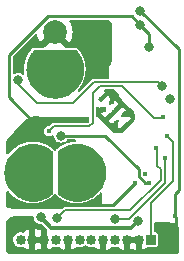
<source format=gbr>
%TF.GenerationSoftware,KiCad,Pcbnew,(6.0.5)*%
%TF.CreationDate,2023-11-22T15:12:11+07:00*%
%TF.ProjectId,lidar,6c696461-722e-46b6-9963-61645f706362,rev?*%
%TF.SameCoordinates,Original*%
%TF.FileFunction,Copper,L4,Bot*%
%TF.FilePolarity,Positive*%
%FSLAX46Y46*%
G04 Gerber Fmt 4.6, Leading zero omitted, Abs format (unit mm)*
G04 Created by KiCad (PCBNEW (6.0.5)) date 2023-11-22 15:12:11*
%MOMM*%
%LPD*%
G01*
G04 APERTURE LIST*
%TA.AperFunction,EtchedComponent*%
%ADD10C,0.001000*%
%TD*%
%TA.AperFunction,ComponentPad*%
%ADD11C,0.400000*%
%TD*%
%TA.AperFunction,ComponentPad*%
%ADD12R,0.850000X0.850000*%
%TD*%
%TA.AperFunction,ComponentPad*%
%ADD13O,0.850000X0.850000*%
%TD*%
%TA.AperFunction,ComponentPad*%
%ADD14C,2.000000*%
%TD*%
%TA.AperFunction,ViaPad*%
%ADD15C,0.400000*%
%TD*%
%TA.AperFunction,ViaPad*%
%ADD16C,0.800000*%
%TD*%
%TA.AperFunction,Conductor*%
%ADD17C,0.250000*%
%TD*%
%TA.AperFunction,Conductor*%
%ADD18C,0.200000*%
%TD*%
%TA.AperFunction,Conductor*%
%ADD19C,0.300000*%
%TD*%
%TA.AperFunction,Conductor*%
%ADD20C,0.150000*%
%TD*%
G04 APERTURE END LIST*
%TO.C,D2*%
G36*
X134839000Y-77825000D02*
G01*
X134876000Y-77870000D01*
X134948000Y-77962000D01*
X134982000Y-78010000D01*
X135014000Y-78058000D01*
X135046000Y-78108000D01*
X135076000Y-78157000D01*
X135105000Y-78208000D01*
X135133000Y-78260000D01*
X135160000Y-78312000D01*
X135185000Y-78364000D01*
X135209000Y-78418000D01*
X135231000Y-78472000D01*
X135252000Y-78526000D01*
X135272000Y-78581000D01*
X135290000Y-78637000D01*
X135307000Y-78693000D01*
X135323000Y-78749000D01*
X135337000Y-78806000D01*
X135350000Y-78863000D01*
X135361000Y-78920000D01*
X135371000Y-78978000D01*
X135380000Y-79035000D01*
X135387000Y-79093000D01*
X135392000Y-79152000D01*
X135396000Y-79210000D01*
X135399000Y-79268000D01*
X135400000Y-79327000D01*
X135400000Y-79395000D01*
X135394000Y-79528000D01*
X135383000Y-79652000D01*
X135364000Y-79775000D01*
X135340000Y-79898000D01*
X135309000Y-80019000D01*
X135272000Y-80138000D01*
X135229000Y-80255000D01*
X135179000Y-80369000D01*
X135124000Y-80481000D01*
X135063000Y-80590000D01*
X134997000Y-80695000D01*
X134925000Y-80797000D01*
X134848000Y-80896000D01*
X134766000Y-80990000D01*
X134680000Y-81079000D01*
X134589000Y-81164000D01*
X134493000Y-81245000D01*
X134394000Y-81320000D01*
X134290000Y-81390000D01*
X134184000Y-81454000D01*
X134074000Y-81513000D01*
X133961000Y-81566000D01*
X133846000Y-81614000D01*
X133728000Y-81655000D01*
X133608000Y-81690000D01*
X133487000Y-81719000D01*
X133364000Y-81741000D01*
X133241000Y-81757000D01*
X133116000Y-81767000D01*
X133000000Y-81770000D01*
X132884000Y-81767000D01*
X132759000Y-81757000D01*
X132636000Y-81741000D01*
X132513000Y-81719000D01*
X132392000Y-81690000D01*
X132272000Y-81655000D01*
X132154000Y-81614000D01*
X132039000Y-81566000D01*
X131926000Y-81513000D01*
X131816000Y-81454000D01*
X131710000Y-81390000D01*
X131606000Y-81320000D01*
X131507000Y-81245000D01*
X131411000Y-81164000D01*
X131320000Y-81079000D01*
X131234000Y-80990000D01*
X131152000Y-80896000D01*
X131075000Y-80797000D01*
X131003000Y-80695000D01*
X130937000Y-80590000D01*
X130876000Y-80481000D01*
X130821000Y-80369000D01*
X130771000Y-80255000D01*
X130728000Y-80138000D01*
X130691000Y-80019000D01*
X130660000Y-79898000D01*
X130636000Y-79775000D01*
X130617000Y-79652000D01*
X130606000Y-79528000D01*
X130600000Y-79395000D01*
X130600000Y-79327000D01*
X130601000Y-79268000D01*
X130604000Y-79210000D01*
X130608000Y-79152000D01*
X130613000Y-79093000D01*
X130620000Y-79035000D01*
X130629000Y-78978000D01*
X130639000Y-78920000D01*
X130650000Y-78863000D01*
X130663000Y-78806000D01*
X130677000Y-78749000D01*
X130693000Y-78693000D01*
X130710000Y-78637000D01*
X130728000Y-78581000D01*
X130748000Y-78526000D01*
X130769000Y-78472000D01*
X130791000Y-78418000D01*
X130815000Y-78364000D01*
X130840000Y-78312000D01*
X130867000Y-78260000D01*
X130895000Y-78208000D01*
X130924000Y-78157000D01*
X130954000Y-78108000D01*
X130986000Y-78058000D01*
X131018000Y-78010000D01*
X131052000Y-77962000D01*
X131124000Y-77870000D01*
X131161000Y-77825000D01*
X131210000Y-77770000D01*
X134790000Y-77770000D01*
X134839000Y-77825000D01*
G37*
D10*
X134839000Y-77825000D02*
X134876000Y-77870000D01*
X134948000Y-77962000D01*
X134982000Y-78010000D01*
X135014000Y-78058000D01*
X135046000Y-78108000D01*
X135076000Y-78157000D01*
X135105000Y-78208000D01*
X135133000Y-78260000D01*
X135160000Y-78312000D01*
X135185000Y-78364000D01*
X135209000Y-78418000D01*
X135231000Y-78472000D01*
X135252000Y-78526000D01*
X135272000Y-78581000D01*
X135290000Y-78637000D01*
X135307000Y-78693000D01*
X135323000Y-78749000D01*
X135337000Y-78806000D01*
X135350000Y-78863000D01*
X135361000Y-78920000D01*
X135371000Y-78978000D01*
X135380000Y-79035000D01*
X135387000Y-79093000D01*
X135392000Y-79152000D01*
X135396000Y-79210000D01*
X135399000Y-79268000D01*
X135400000Y-79327000D01*
X135400000Y-79395000D01*
X135394000Y-79528000D01*
X135383000Y-79652000D01*
X135364000Y-79775000D01*
X135340000Y-79898000D01*
X135309000Y-80019000D01*
X135272000Y-80138000D01*
X135229000Y-80255000D01*
X135179000Y-80369000D01*
X135124000Y-80481000D01*
X135063000Y-80590000D01*
X134997000Y-80695000D01*
X134925000Y-80797000D01*
X134848000Y-80896000D01*
X134766000Y-80990000D01*
X134680000Y-81079000D01*
X134589000Y-81164000D01*
X134493000Y-81245000D01*
X134394000Y-81320000D01*
X134290000Y-81390000D01*
X134184000Y-81454000D01*
X134074000Y-81513000D01*
X133961000Y-81566000D01*
X133846000Y-81614000D01*
X133728000Y-81655000D01*
X133608000Y-81690000D01*
X133487000Y-81719000D01*
X133364000Y-81741000D01*
X133241000Y-81757000D01*
X133116000Y-81767000D01*
X133000000Y-81770000D01*
X132884000Y-81767000D01*
X132759000Y-81757000D01*
X132636000Y-81741000D01*
X132513000Y-81719000D01*
X132392000Y-81690000D01*
X132272000Y-81655000D01*
X132154000Y-81614000D01*
X132039000Y-81566000D01*
X131926000Y-81513000D01*
X131816000Y-81454000D01*
X131710000Y-81390000D01*
X131606000Y-81320000D01*
X131507000Y-81245000D01*
X131411000Y-81164000D01*
X131320000Y-81079000D01*
X131234000Y-80990000D01*
X131152000Y-80896000D01*
X131075000Y-80797000D01*
X131003000Y-80695000D01*
X130937000Y-80590000D01*
X130876000Y-80481000D01*
X130821000Y-80369000D01*
X130771000Y-80255000D01*
X130728000Y-80138000D01*
X130691000Y-80019000D01*
X130660000Y-79898000D01*
X130636000Y-79775000D01*
X130617000Y-79652000D01*
X130606000Y-79528000D01*
X130600000Y-79395000D01*
X130600000Y-79327000D01*
X130601000Y-79268000D01*
X130604000Y-79210000D01*
X130608000Y-79152000D01*
X130613000Y-79093000D01*
X130620000Y-79035000D01*
X130629000Y-78978000D01*
X130639000Y-78920000D01*
X130650000Y-78863000D01*
X130663000Y-78806000D01*
X130677000Y-78749000D01*
X130693000Y-78693000D01*
X130710000Y-78637000D01*
X130728000Y-78581000D01*
X130748000Y-78526000D01*
X130769000Y-78472000D01*
X130791000Y-78418000D01*
X130815000Y-78364000D01*
X130840000Y-78312000D01*
X130867000Y-78260000D01*
X130895000Y-78208000D01*
X130924000Y-78157000D01*
X130954000Y-78108000D01*
X130986000Y-78058000D01*
X131018000Y-78010000D01*
X131052000Y-77962000D01*
X131124000Y-77870000D01*
X131161000Y-77825000D01*
X131210000Y-77770000D01*
X134790000Y-77770000D01*
X134839000Y-77825000D01*
%TO.C,D1*%
G36*
X131232000Y-85701000D02*
G01*
X131290000Y-85704000D01*
X131348000Y-85708000D01*
X131407000Y-85713000D01*
X131465000Y-85720000D01*
X131522000Y-85729000D01*
X131580000Y-85739000D01*
X131637000Y-85750000D01*
X131694000Y-85763000D01*
X131751000Y-85777000D01*
X131807000Y-85793000D01*
X131863000Y-85810000D01*
X131919000Y-85828000D01*
X131974000Y-85848000D01*
X132028000Y-85869000D01*
X132082000Y-85891000D01*
X132136000Y-85915000D01*
X132188000Y-85940000D01*
X132240000Y-85967000D01*
X132292000Y-85995000D01*
X132343000Y-86024000D01*
X132392000Y-86054000D01*
X132442000Y-86086000D01*
X132490000Y-86118000D01*
X132538000Y-86152000D01*
X132630000Y-86224000D01*
X132675000Y-86261000D01*
X132730000Y-86310000D01*
X132730000Y-89890000D01*
X132675000Y-89939000D01*
X132630000Y-89976000D01*
X132538000Y-90048000D01*
X132490000Y-90082000D01*
X132442000Y-90114000D01*
X132392000Y-90146000D01*
X132343000Y-90176000D01*
X132292000Y-90205000D01*
X132240000Y-90233000D01*
X132188000Y-90260000D01*
X132136000Y-90285000D01*
X132082000Y-90309000D01*
X132028000Y-90331000D01*
X131974000Y-90352000D01*
X131919000Y-90372000D01*
X131863000Y-90390000D01*
X131807000Y-90407000D01*
X131751000Y-90423000D01*
X131694000Y-90437000D01*
X131637000Y-90450000D01*
X131580000Y-90461000D01*
X131522000Y-90471000D01*
X131465000Y-90480000D01*
X131407000Y-90487000D01*
X131348000Y-90492000D01*
X131290000Y-90496000D01*
X131232000Y-90499000D01*
X131173000Y-90500000D01*
X131105000Y-90500000D01*
X130972000Y-90494000D01*
X130848000Y-90483000D01*
X130725000Y-90464000D01*
X130602000Y-90440000D01*
X130481000Y-90409000D01*
X130362000Y-90372000D01*
X130245000Y-90329000D01*
X130131000Y-90279000D01*
X130019000Y-90224000D01*
X129910000Y-90163000D01*
X129805000Y-90097000D01*
X129703000Y-90025000D01*
X129604000Y-89948000D01*
X129510000Y-89866000D01*
X129421000Y-89780000D01*
X129336000Y-89689000D01*
X129255000Y-89593000D01*
X129180000Y-89494000D01*
X129110000Y-89390000D01*
X129046000Y-89284000D01*
X128987000Y-89174000D01*
X128934000Y-89061000D01*
X128886000Y-88946000D01*
X128845000Y-88828000D01*
X128810000Y-88708000D01*
X128781000Y-88587000D01*
X128759000Y-88464000D01*
X128743000Y-88341000D01*
X128733000Y-88216000D01*
X128730000Y-88100000D01*
X128733000Y-87984000D01*
X128743000Y-87859000D01*
X128759000Y-87736000D01*
X128781000Y-87613000D01*
X128810000Y-87492000D01*
X128845000Y-87372000D01*
X128886000Y-87254000D01*
X128934000Y-87139000D01*
X128987000Y-87026000D01*
X129046000Y-86916000D01*
X129110000Y-86810000D01*
X129180000Y-86706000D01*
X129255000Y-86607000D01*
X129336000Y-86511000D01*
X129421000Y-86420000D01*
X129510000Y-86334000D01*
X129604000Y-86252000D01*
X129703000Y-86175000D01*
X129805000Y-86103000D01*
X129910000Y-86037000D01*
X130019000Y-85976000D01*
X130131000Y-85921000D01*
X130245000Y-85871000D01*
X130362000Y-85828000D01*
X130481000Y-85791000D01*
X130602000Y-85760000D01*
X130725000Y-85736000D01*
X130848000Y-85717000D01*
X130972000Y-85706000D01*
X131105000Y-85700000D01*
X131173000Y-85700000D01*
X131232000Y-85701000D01*
G37*
X131232000Y-85701000D02*
X131290000Y-85704000D01*
X131348000Y-85708000D01*
X131407000Y-85713000D01*
X131465000Y-85720000D01*
X131522000Y-85729000D01*
X131580000Y-85739000D01*
X131637000Y-85750000D01*
X131694000Y-85763000D01*
X131751000Y-85777000D01*
X131807000Y-85793000D01*
X131863000Y-85810000D01*
X131919000Y-85828000D01*
X131974000Y-85848000D01*
X132028000Y-85869000D01*
X132082000Y-85891000D01*
X132136000Y-85915000D01*
X132188000Y-85940000D01*
X132240000Y-85967000D01*
X132292000Y-85995000D01*
X132343000Y-86024000D01*
X132392000Y-86054000D01*
X132442000Y-86086000D01*
X132490000Y-86118000D01*
X132538000Y-86152000D01*
X132630000Y-86224000D01*
X132675000Y-86261000D01*
X132730000Y-86310000D01*
X132730000Y-89890000D01*
X132675000Y-89939000D01*
X132630000Y-89976000D01*
X132538000Y-90048000D01*
X132490000Y-90082000D01*
X132442000Y-90114000D01*
X132392000Y-90146000D01*
X132343000Y-90176000D01*
X132292000Y-90205000D01*
X132240000Y-90233000D01*
X132188000Y-90260000D01*
X132136000Y-90285000D01*
X132082000Y-90309000D01*
X132028000Y-90331000D01*
X131974000Y-90352000D01*
X131919000Y-90372000D01*
X131863000Y-90390000D01*
X131807000Y-90407000D01*
X131751000Y-90423000D01*
X131694000Y-90437000D01*
X131637000Y-90450000D01*
X131580000Y-90461000D01*
X131522000Y-90471000D01*
X131465000Y-90480000D01*
X131407000Y-90487000D01*
X131348000Y-90492000D01*
X131290000Y-90496000D01*
X131232000Y-90499000D01*
X131173000Y-90500000D01*
X131105000Y-90500000D01*
X130972000Y-90494000D01*
X130848000Y-90483000D01*
X130725000Y-90464000D01*
X130602000Y-90440000D01*
X130481000Y-90409000D01*
X130362000Y-90372000D01*
X130245000Y-90329000D01*
X130131000Y-90279000D01*
X130019000Y-90224000D01*
X129910000Y-90163000D01*
X129805000Y-90097000D01*
X129703000Y-90025000D01*
X129604000Y-89948000D01*
X129510000Y-89866000D01*
X129421000Y-89780000D01*
X129336000Y-89689000D01*
X129255000Y-89593000D01*
X129180000Y-89494000D01*
X129110000Y-89390000D01*
X129046000Y-89284000D01*
X128987000Y-89174000D01*
X128934000Y-89061000D01*
X128886000Y-88946000D01*
X128845000Y-88828000D01*
X128810000Y-88708000D01*
X128781000Y-88587000D01*
X128759000Y-88464000D01*
X128743000Y-88341000D01*
X128733000Y-88216000D01*
X128730000Y-88100000D01*
X128733000Y-87984000D01*
X128743000Y-87859000D01*
X128759000Y-87736000D01*
X128781000Y-87613000D01*
X128810000Y-87492000D01*
X128845000Y-87372000D01*
X128886000Y-87254000D01*
X128934000Y-87139000D01*
X128987000Y-87026000D01*
X129046000Y-86916000D01*
X129110000Y-86810000D01*
X129180000Y-86706000D01*
X129255000Y-86607000D01*
X129336000Y-86511000D01*
X129421000Y-86420000D01*
X129510000Y-86334000D01*
X129604000Y-86252000D01*
X129703000Y-86175000D01*
X129805000Y-86103000D01*
X129910000Y-86037000D01*
X130019000Y-85976000D01*
X130131000Y-85921000D01*
X130245000Y-85871000D01*
X130362000Y-85828000D01*
X130481000Y-85791000D01*
X130602000Y-85760000D01*
X130725000Y-85736000D01*
X130848000Y-85717000D01*
X130972000Y-85706000D01*
X131105000Y-85700000D01*
X131173000Y-85700000D01*
X131232000Y-85701000D01*
G36*
X135028000Y-85706000D02*
G01*
X135152000Y-85717000D01*
X135275000Y-85736000D01*
X135398000Y-85760000D01*
X135519000Y-85791000D01*
X135638000Y-85828000D01*
X135755000Y-85871000D01*
X135869000Y-85921000D01*
X135981000Y-85976000D01*
X136090000Y-86037000D01*
X136195000Y-86103000D01*
X136297000Y-86175000D01*
X136396000Y-86252000D01*
X136490000Y-86334000D01*
X136579000Y-86420000D01*
X136664000Y-86511000D01*
X136745000Y-86607000D01*
X136820000Y-86706000D01*
X136890000Y-86810000D01*
X136954000Y-86916000D01*
X137013000Y-87026000D01*
X137066000Y-87139000D01*
X137114000Y-87254000D01*
X137155000Y-87372000D01*
X137190000Y-87492000D01*
X137219000Y-87613000D01*
X137241000Y-87736000D01*
X137257000Y-87859000D01*
X137267000Y-87984000D01*
X137270000Y-88100000D01*
X137267000Y-88216000D01*
X137257000Y-88341000D01*
X137241000Y-88464000D01*
X137219000Y-88587000D01*
X137190000Y-88708000D01*
X137155000Y-88828000D01*
X137114000Y-88946000D01*
X137066000Y-89061000D01*
X137013000Y-89174000D01*
X136954000Y-89284000D01*
X136890000Y-89390000D01*
X136820000Y-89494000D01*
X136745000Y-89593000D01*
X136664000Y-89689000D01*
X136579000Y-89780000D01*
X136490000Y-89866000D01*
X136396000Y-89948000D01*
X136297000Y-90025000D01*
X136195000Y-90097000D01*
X136090000Y-90163000D01*
X135981000Y-90224000D01*
X135869000Y-90279000D01*
X135755000Y-90329000D01*
X135638000Y-90372000D01*
X135519000Y-90409000D01*
X135398000Y-90440000D01*
X135275000Y-90464000D01*
X135152000Y-90483000D01*
X135028000Y-90494000D01*
X134895000Y-90500000D01*
X134827000Y-90500000D01*
X134768000Y-90499000D01*
X134710000Y-90496000D01*
X134652000Y-90492000D01*
X134593000Y-90487000D01*
X134535000Y-90480000D01*
X134478000Y-90471000D01*
X134420000Y-90461000D01*
X134363000Y-90450000D01*
X134306000Y-90437000D01*
X134249000Y-90423000D01*
X134193000Y-90407000D01*
X134137000Y-90390000D01*
X134081000Y-90372000D01*
X134026000Y-90352000D01*
X133972000Y-90331000D01*
X133918000Y-90309000D01*
X133864000Y-90285000D01*
X133812000Y-90260000D01*
X133760000Y-90233000D01*
X133708000Y-90205000D01*
X133657000Y-90176000D01*
X133608000Y-90146000D01*
X133558000Y-90114000D01*
X133510000Y-90082000D01*
X133462000Y-90048000D01*
X133370000Y-89976000D01*
X133325000Y-89939000D01*
X133270000Y-89890000D01*
X133270000Y-86310000D01*
X133325000Y-86261000D01*
X133370000Y-86224000D01*
X133462000Y-86152000D01*
X133510000Y-86118000D01*
X133558000Y-86086000D01*
X133608000Y-86054000D01*
X133657000Y-86024000D01*
X133708000Y-85995000D01*
X133760000Y-85967000D01*
X133812000Y-85940000D01*
X133864000Y-85915000D01*
X133918000Y-85891000D01*
X133972000Y-85869000D01*
X134026000Y-85848000D01*
X134081000Y-85828000D01*
X134137000Y-85810000D01*
X134193000Y-85793000D01*
X134249000Y-85777000D01*
X134306000Y-85763000D01*
X134363000Y-85750000D01*
X134420000Y-85739000D01*
X134478000Y-85729000D01*
X134535000Y-85720000D01*
X134593000Y-85713000D01*
X134652000Y-85708000D01*
X134710000Y-85704000D01*
X134768000Y-85701000D01*
X134827000Y-85700000D01*
X134895000Y-85700000D01*
X135028000Y-85706000D01*
G37*
X135028000Y-85706000D02*
X135152000Y-85717000D01*
X135275000Y-85736000D01*
X135398000Y-85760000D01*
X135519000Y-85791000D01*
X135638000Y-85828000D01*
X135755000Y-85871000D01*
X135869000Y-85921000D01*
X135981000Y-85976000D01*
X136090000Y-86037000D01*
X136195000Y-86103000D01*
X136297000Y-86175000D01*
X136396000Y-86252000D01*
X136490000Y-86334000D01*
X136579000Y-86420000D01*
X136664000Y-86511000D01*
X136745000Y-86607000D01*
X136820000Y-86706000D01*
X136890000Y-86810000D01*
X136954000Y-86916000D01*
X137013000Y-87026000D01*
X137066000Y-87139000D01*
X137114000Y-87254000D01*
X137155000Y-87372000D01*
X137190000Y-87492000D01*
X137219000Y-87613000D01*
X137241000Y-87736000D01*
X137257000Y-87859000D01*
X137267000Y-87984000D01*
X137270000Y-88100000D01*
X137267000Y-88216000D01*
X137257000Y-88341000D01*
X137241000Y-88464000D01*
X137219000Y-88587000D01*
X137190000Y-88708000D01*
X137155000Y-88828000D01*
X137114000Y-88946000D01*
X137066000Y-89061000D01*
X137013000Y-89174000D01*
X136954000Y-89284000D01*
X136890000Y-89390000D01*
X136820000Y-89494000D01*
X136745000Y-89593000D01*
X136664000Y-89689000D01*
X136579000Y-89780000D01*
X136490000Y-89866000D01*
X136396000Y-89948000D01*
X136297000Y-90025000D01*
X136195000Y-90097000D01*
X136090000Y-90163000D01*
X135981000Y-90224000D01*
X135869000Y-90279000D01*
X135755000Y-90329000D01*
X135638000Y-90372000D01*
X135519000Y-90409000D01*
X135398000Y-90440000D01*
X135275000Y-90464000D01*
X135152000Y-90483000D01*
X135028000Y-90494000D01*
X134895000Y-90500000D01*
X134827000Y-90500000D01*
X134768000Y-90499000D01*
X134710000Y-90496000D01*
X134652000Y-90492000D01*
X134593000Y-90487000D01*
X134535000Y-90480000D01*
X134478000Y-90471000D01*
X134420000Y-90461000D01*
X134363000Y-90450000D01*
X134306000Y-90437000D01*
X134249000Y-90423000D01*
X134193000Y-90407000D01*
X134137000Y-90390000D01*
X134081000Y-90372000D01*
X134026000Y-90352000D01*
X133972000Y-90331000D01*
X133918000Y-90309000D01*
X133864000Y-90285000D01*
X133812000Y-90260000D01*
X133760000Y-90233000D01*
X133708000Y-90205000D01*
X133657000Y-90176000D01*
X133608000Y-90146000D01*
X133558000Y-90114000D01*
X133510000Y-90082000D01*
X133462000Y-90048000D01*
X133370000Y-89976000D01*
X133325000Y-89939000D01*
X133270000Y-89890000D01*
X133270000Y-86310000D01*
X133325000Y-86261000D01*
X133370000Y-86224000D01*
X133462000Y-86152000D01*
X133510000Y-86118000D01*
X133558000Y-86086000D01*
X133608000Y-86054000D01*
X133657000Y-86024000D01*
X133708000Y-85995000D01*
X133760000Y-85967000D01*
X133812000Y-85940000D01*
X133864000Y-85915000D01*
X133918000Y-85891000D01*
X133972000Y-85869000D01*
X134026000Y-85848000D01*
X134081000Y-85828000D01*
X134137000Y-85810000D01*
X134193000Y-85793000D01*
X134249000Y-85777000D01*
X134306000Y-85763000D01*
X134363000Y-85750000D01*
X134420000Y-85739000D01*
X134478000Y-85729000D01*
X134535000Y-85720000D01*
X134593000Y-85713000D01*
X134652000Y-85708000D01*
X134710000Y-85704000D01*
X134768000Y-85701000D01*
X134827000Y-85700000D01*
X134895000Y-85700000D01*
X135028000Y-85706000D01*
%TD*%
D11*
%TO.P,U1,30,AVSS*%
%TO.N,GND1*%
X137275216Y-83724784D03*
%TO.P,U1,31,AVSS*%
X138000000Y-83000000D03*
%TO.P,U1,32,AVSS*%
X138724784Y-82275216D03*
%TO.P,U1,33,AVSS*%
X136921662Y-81921662D03*
%TO.P,U1,34,AVSS*%
X139078338Y-84078338D03*
%TD*%
D12*
%TO.P,J1,1,Pin_1*%
%TO.N,/SCL_S*%
X141100000Y-93800000D03*
D13*
%TO.P,J1,2,Pin_2*%
%TO.N,GND3*%
X140100000Y-93800000D03*
%TO.P,J1,3,Pin_3*%
X139100000Y-93800000D03*
%TO.P,J1,4,Pin_4*%
%TO.N,/GP1*%
X138100000Y-93800000D03*
%TO.P,J1,5,Pin_5*%
%TO.N,GND3*%
X137100000Y-93800000D03*
%TO.P,J1,6,Pin_6*%
%TO.N,/VDD_EXT_3P3*%
X136100000Y-93800000D03*
%TO.P,J1,7,Pin_7*%
%TO.N,/VSYNC_RST*%
X135100000Y-93800000D03*
%TO.P,J1,8,Pin_8*%
%TO.N,GND3*%
X134100000Y-93800000D03*
%TO.P,J1,9,Pin_9*%
%TO.N,/GP2*%
X133100000Y-93800000D03*
%TO.P,J1,10,Pin_10*%
%TO.N,GND3*%
X132100000Y-93800000D03*
%TO.P,J1,11,Pin_11*%
X131100000Y-93800000D03*
%TO.P,J1,12,Pin_12*%
%TO.N,/SDA_S*%
X130100000Y-93800000D03*
%TD*%
D14*
%TO.P,D2,1*%
%TO.N,GND1*%
X133000000Y-76230000D03*
%TO.P,D2,2*%
%TO.N,Net-(D2-Pad2)*%
X133000000Y-78770000D03*
%TD*%
%TO.P,D1,A*%
%TO.N,/VDD_LED*%
X131730000Y-88100000D03*
%TO.P,D1,C*%
%TO.N,Net-(D1-PadC)*%
X134270000Y-88100000D03*
%TD*%
D15*
%TO.N,GND1*%
X139000000Y-83100000D03*
X137000000Y-82700000D03*
X137921662Y-84078338D03*
X137856274Y-81891352D03*
%TO.N,GND3*%
X143200000Y-91800000D03*
D16*
X140200000Y-74400000D03*
D15*
%TO.N,GND*%
X130600000Y-90900000D03*
D16*
X140200000Y-75600000D03*
D15*
X129400000Y-90400000D03*
X131700000Y-84300000D03*
D16*
X141000000Y-77500000D03*
D15*
X129400000Y-85700000D03*
X139800000Y-89000000D03*
X132600000Y-85700000D03*
D16*
%TO.N,/VDD_LED*%
X140026944Y-92226944D03*
X131800000Y-91900000D03*
D15*
%TO.N,GND2*%
X140979122Y-88979122D03*
D16*
X133513000Y-84979000D03*
%TO.N,/IOVDD_DUT*%
X142750000Y-81850000D03*
D15*
X140674500Y-88200000D03*
%TO.N,/SCL_S*%
X142500000Y-85000000D03*
%TO.N,/SDA_S*%
X132500000Y-84600000D03*
X142200000Y-83400000D03*
D16*
%TO.N,/GP1*%
X138100000Y-92050500D03*
D15*
X142300000Y-86900000D03*
%TO.N,/GP2*%
X141600000Y-86000000D03*
D16*
X133200000Y-92000000D03*
%TO.N,/VSYNC_RST*%
X142100000Y-80800000D03*
X129900000Y-80300000D03*
%TD*%
D17*
%TO.N,GND1*%
X139078300Y-84078300D02*
X139078000Y-84078300D01*
X137416600Y-83866200D02*
X137275200Y-83724800D01*
X137275000Y-83724800D02*
X137416600Y-83866200D01*
%TO.N,GND3*%
X140200000Y-74400000D02*
X143474511Y-77674511D01*
X140100000Y-93800000D02*
X140100000Y-93471072D01*
X140100000Y-94401040D02*
X140498960Y-94800000D01*
D18*
X132100000Y-94300000D02*
X132600000Y-94800000D01*
D17*
X143300000Y-91900000D02*
X143200000Y-91800000D01*
D18*
X134100000Y-94401040D02*
X134100000Y-93800000D01*
D17*
X142500000Y-94800000D02*
X143300000Y-94000000D01*
D18*
X133701040Y-94800000D02*
X134100000Y-94401040D01*
D17*
X143474511Y-89625489D02*
X143200000Y-89900000D01*
X143300000Y-94000000D02*
X143300000Y-91900000D01*
D18*
X132100000Y-93800000D02*
X132100000Y-94300000D01*
D17*
X143200000Y-89900000D02*
X143200000Y-91800000D01*
X140498960Y-94800000D02*
X142500000Y-94800000D01*
D18*
X132600000Y-94800000D02*
X133701040Y-94800000D01*
D17*
X143474511Y-77674511D02*
X143474511Y-89625489D01*
X140100000Y-93800000D02*
X140100000Y-94401040D01*
%TO.N,GND*%
X139500000Y-74900000D02*
X132400000Y-74900000D01*
X140200000Y-75600000D02*
X139500000Y-74900000D01*
X129100000Y-81700000D02*
X131700000Y-84300000D01*
X132400000Y-74900000D02*
X129100000Y-78200000D01*
X141000000Y-77300000D02*
X141000000Y-77500000D01*
X139800000Y-89000000D02*
X137900000Y-90900000D01*
X140200000Y-75600000D02*
X141000000Y-76400000D01*
X137900000Y-90900000D02*
X130600000Y-90900000D01*
X141000000Y-76400000D02*
X141000000Y-77300000D01*
X129100000Y-78200000D02*
X129100000Y-81700000D01*
D19*
%TO.N,/VDD_LED*%
X140026944Y-92226944D02*
X139453888Y-92800000D01*
X139453888Y-92800000D02*
X132700000Y-92800000D01*
X132700000Y-92800000D02*
X131800000Y-91900000D01*
D17*
%TO.N,GND2*%
X140099989Y-87799989D02*
X137279000Y-84979000D01*
X140641140Y-88979122D02*
X140099989Y-88437971D01*
X140979122Y-88979122D02*
X140641140Y-88979122D01*
X137279000Y-84979000D02*
X133513000Y-84979000D01*
X140099989Y-88437971D02*
X140099989Y-87799989D01*
D20*
%TO.N,/SCL_S*%
X143000000Y-85524500D02*
X143000000Y-88794296D01*
X141100000Y-90694296D02*
X141100000Y-93800000D01*
X142475500Y-85000000D02*
X143000000Y-85524500D01*
X143000000Y-88794296D02*
X141100000Y-90694296D01*
%TO.N,/SDA_S*%
X132900000Y-84200000D02*
X135900000Y-84200000D01*
X132500000Y-84600000D02*
X132900000Y-84200000D01*
X141400000Y-83500000D02*
X142100000Y-83500000D01*
X142100000Y-83500000D02*
X142200000Y-83400000D01*
X136200000Y-81400000D02*
X136800000Y-80800000D01*
X135900000Y-84200000D02*
X136200000Y-83900000D01*
X136800000Y-80800000D02*
X138700000Y-80800000D01*
X136200000Y-83900000D02*
X136200000Y-81400000D01*
X138700000Y-80800000D02*
X141400000Y-83500000D01*
%TO.N,/GP1*%
X139249500Y-92050500D02*
X142300000Y-89000000D01*
X142300000Y-89000000D02*
X142300000Y-86900000D01*
X138100000Y-92050500D02*
X139249500Y-92050500D01*
%TO.N,/GP2*%
X139400000Y-91300000D02*
X141950480Y-88749520D01*
X141950480Y-88749520D02*
X141950480Y-87850480D01*
X133200000Y-92000000D02*
X133900000Y-91300000D01*
X141625489Y-87525489D02*
X141625489Y-86074511D01*
X133900000Y-91300000D02*
X139400000Y-91300000D01*
X141950480Y-87850480D02*
X141625489Y-87525489D01*
%TO.N,/VSYNC_RST*%
X129900000Y-80300000D02*
X129900000Y-80600000D01*
X131500000Y-82200000D02*
X134550481Y-82200000D01*
X129900000Y-80600000D02*
X131500000Y-82200000D01*
X136300000Y-80450481D02*
X141750481Y-80450481D01*
X141750481Y-80450481D02*
X142100000Y-80800000D01*
X134550481Y-82200000D02*
X136300000Y-80450481D01*
%TD*%
%TA.AperFunction,Conductor*%
%TO.N,GND*%
G36*
X129078411Y-89692762D02*
G01*
X129082690Y-89698410D01*
X129084449Y-89700883D01*
X129086649Y-89705163D01*
X129090264Y-89709447D01*
X129096298Y-89716598D01*
X129099532Y-89720641D01*
X129108468Y-89732437D01*
X129112149Y-89735526D01*
X129114183Y-89737795D01*
X129169509Y-89803368D01*
X129171193Y-89805496D01*
X129173522Y-89809513D01*
X129177349Y-89813610D01*
X129177351Y-89813613D01*
X129183942Y-89820670D01*
X129187243Y-89824386D01*
X129196990Y-89835938D01*
X129200696Y-89838730D01*
X129202646Y-89840693D01*
X129260466Y-89902595D01*
X129262340Y-89904730D01*
X129264904Y-89908673D01*
X129268926Y-89912559D01*
X129268929Y-89912563D01*
X129275802Y-89919204D01*
X129279352Y-89922813D01*
X129289579Y-89933763D01*
X129293472Y-89936399D01*
X129295578Y-89938313D01*
X129355970Y-89996669D01*
X129357908Y-89998662D01*
X129360658Y-90002454D01*
X129364876Y-90006134D01*
X129364882Y-90006140D01*
X129372110Y-90012445D01*
X129375824Y-90015855D01*
X129382624Y-90022426D01*
X129382630Y-90022431D01*
X129386624Y-90026290D01*
X129390623Y-90028709D01*
X129392822Y-90030512D01*
X129445743Y-90076677D01*
X129456655Y-90086196D01*
X129459345Y-90088680D01*
X129462570Y-90092638D01*
X129466989Y-90096075D01*
X129466990Y-90096076D01*
X129473928Y-90101472D01*
X129478228Y-90105015D01*
X129484760Y-90110714D01*
X129484765Y-90110717D01*
X129488945Y-90114364D01*
X129493439Y-90116779D01*
X129496420Y-90118966D01*
X129563867Y-90171426D01*
X129565556Y-90172832D01*
X129568428Y-90176040D01*
X129573000Y-90179268D01*
X129573004Y-90179271D01*
X129581401Y-90185198D01*
X129585064Y-90187912D01*
X129597484Y-90197572D01*
X129601383Y-90199393D01*
X129603248Y-90200619D01*
X129654325Y-90236673D01*
X129672694Y-90249639D01*
X129675247Y-90251558D01*
X129678697Y-90255020D01*
X129683435Y-90257998D01*
X129683436Y-90257999D01*
X129691249Y-90262910D01*
X129695652Y-90265845D01*
X129707599Y-90274278D01*
X129712109Y-90276133D01*
X129714881Y-90277764D01*
X129786128Y-90322548D01*
X129788440Y-90324104D01*
X129791909Y-90327247D01*
X129796797Y-90329983D01*
X129796802Y-90329986D01*
X129805168Y-90334668D01*
X129809508Y-90337244D01*
X129813139Y-90339526D01*
X129822218Y-90345233D01*
X129826637Y-90346781D01*
X129829144Y-90348085D01*
X129888777Y-90381457D01*
X129903333Y-90389603D01*
X129906094Y-90391257D01*
X129909901Y-90394352D01*
X129914933Y-90396823D01*
X129914936Y-90396825D01*
X129923164Y-90400866D01*
X129927864Y-90403332D01*
X129940614Y-90410467D01*
X129945313Y-90411848D01*
X129948277Y-90413197D01*
X130024493Y-90450625D01*
X130026111Y-90451491D01*
X130029350Y-90453900D01*
X130034478Y-90456149D01*
X130034481Y-90456151D01*
X130044357Y-90460483D01*
X130048226Y-90462281D01*
X130057750Y-90466958D01*
X130057757Y-90466960D01*
X130062741Y-90469408D01*
X130066659Y-90470334D01*
X130068395Y-90471025D01*
X130145454Y-90504823D01*
X130149637Y-90506788D01*
X130154226Y-90509783D01*
X130167065Y-90514502D01*
X130172642Y-90516747D01*
X130185018Y-90522175D01*
X130190400Y-90523205D01*
X130194844Y-90524712D01*
X130273911Y-90553770D01*
X130276483Y-90554807D01*
X130280513Y-90557155D01*
X130285863Y-90558819D01*
X130285864Y-90558819D01*
X130295040Y-90561673D01*
X130299789Y-90563282D01*
X130307271Y-90566031D01*
X130313932Y-90568479D01*
X130318552Y-90569073D01*
X130321262Y-90569825D01*
X130402254Y-90595008D01*
X130404855Y-90595907D01*
X130408991Y-90598043D01*
X130414412Y-90599432D01*
X130414413Y-90599432D01*
X130415904Y-90599814D01*
X130423747Y-90601823D01*
X130428568Y-90603189D01*
X130433756Y-90604802D01*
X130442960Y-90607664D01*
X130447598Y-90608023D01*
X130450313Y-90608630D01*
X130532473Y-90629679D01*
X130536288Y-90630769D01*
X130541090Y-90632906D01*
X130546589Y-90633979D01*
X130546593Y-90633980D01*
X130554945Y-90635609D01*
X130560553Y-90636872D01*
X130574066Y-90640335D01*
X130579306Y-90640474D01*
X130583293Y-90641141D01*
X130666838Y-90657442D01*
X130668295Y-90657782D01*
X130671744Y-90659157D01*
X130677278Y-90660012D01*
X130688463Y-90661740D01*
X130692302Y-90662411D01*
X130699570Y-90663829D01*
X130708747Y-90665619D01*
X130712455Y-90665502D01*
X130713956Y-90665678D01*
X130796589Y-90678443D01*
X130801291Y-90679286D01*
X130802168Y-90679465D01*
X130807489Y-90681196D01*
X130820540Y-90682354D01*
X130820574Y-90682357D01*
X130826923Y-90683128D01*
X130839710Y-90685103D01*
X130845247Y-90684709D01*
X130846321Y-90684753D01*
X130851000Y-90685056D01*
X130908038Y-90690115D01*
X130934374Y-90692452D01*
X130936219Y-90692680D01*
X130940126Y-90693766D01*
X130956460Y-90694503D01*
X130960699Y-90694787D01*
X130971273Y-90695725D01*
X130971276Y-90695725D01*
X130976811Y-90696216D01*
X130980823Y-90695667D01*
X130982736Y-90695688D01*
X131076020Y-90699897D01*
X131078069Y-90700059D01*
X131082161Y-90701000D01*
X131098246Y-90701000D01*
X131102707Y-90701101D01*
X131118578Y-90701817D01*
X131122705Y-90701069D01*
X131124781Y-90701000D01*
X131151681Y-90701000D01*
X131151943Y-90701013D01*
X131153571Y-90701358D01*
X131173868Y-90701014D01*
X131175546Y-90701000D01*
X131227660Y-90701000D01*
X131227660Y-90701358D01*
X131230620Y-90701964D01*
X131230536Y-90700344D01*
X131237171Y-90700001D01*
X131240604Y-90699883D01*
X131242861Y-90699845D01*
X131258063Y-90699587D01*
X131261269Y-90698798D01*
X131262392Y-90698697D01*
X131274666Y-90698062D01*
X131279105Y-90697832D01*
X131279379Y-90697831D01*
X131281044Y-90698095D01*
X131285177Y-90697810D01*
X131285197Y-90697810D01*
X131301286Y-90696700D01*
X131302962Y-90696598D01*
X131310352Y-90696216D01*
X131318881Y-90695775D01*
X131318885Y-90695775D01*
X131323013Y-90695561D01*
X131324630Y-90695103D01*
X131324898Y-90695072D01*
X131340462Y-90693998D01*
X131340687Y-90693993D01*
X131342216Y-90694211D01*
X131346061Y-90693885D01*
X131346068Y-90693885D01*
X131362580Y-90692485D01*
X131364131Y-90692365D01*
X131364233Y-90692358D01*
X131384436Y-90690965D01*
X131385912Y-90690519D01*
X131386144Y-90690488D01*
X131403887Y-90688985D01*
X131405055Y-90688931D01*
X131408409Y-90689288D01*
X131413968Y-90688617D01*
X131413975Y-90688617D01*
X131425759Y-90687194D01*
X131429258Y-90686834D01*
X131433577Y-90686468D01*
X131441021Y-90685838D01*
X131441024Y-90685837D01*
X131446552Y-90685369D01*
X131449768Y-90684343D01*
X131450950Y-90684154D01*
X131469100Y-90681964D01*
X131470339Y-90681862D01*
X131473789Y-90682102D01*
X131479317Y-90681229D01*
X131479320Y-90681229D01*
X131490934Y-90679395D01*
X131494509Y-90678897D01*
X131511581Y-90676837D01*
X131514839Y-90675669D01*
X131516070Y-90675426D01*
X131532061Y-90672901D01*
X131532251Y-90672880D01*
X131533644Y-90672958D01*
X131539505Y-90671948D01*
X131554105Y-90669431D01*
X131555480Y-90669204D01*
X131572224Y-90666560D01*
X131572227Y-90666559D01*
X131575731Y-90666006D01*
X131577028Y-90665486D01*
X131577201Y-90665448D01*
X131593370Y-90662660D01*
X131593715Y-90662617D01*
X131595662Y-90662686D01*
X131600229Y-90661805D01*
X131600234Y-90661804D01*
X131609409Y-90660033D01*
X131615162Y-90658923D01*
X131617055Y-90658576D01*
X131626085Y-90657020D01*
X131631912Y-90656015D01*
X131631913Y-90656015D01*
X131636482Y-90655227D01*
X131638274Y-90654480D01*
X131638621Y-90654396D01*
X131655204Y-90651196D01*
X131656227Y-90651040D01*
X131659427Y-90651046D01*
X131664888Y-90649800D01*
X131664891Y-90649800D01*
X131676764Y-90647092D01*
X131680013Y-90646408D01*
X131697337Y-90643065D01*
X131700269Y-90641774D01*
X131701284Y-90641500D01*
X131717876Y-90637715D01*
X131718131Y-90637670D01*
X131719764Y-90637646D01*
X131723690Y-90636682D01*
X131723700Y-90636680D01*
X131739560Y-90632785D01*
X131741154Y-90632407D01*
X131749300Y-90630549D01*
X131760787Y-90627929D01*
X131762256Y-90627222D01*
X131762493Y-90627152D01*
X131779414Y-90622995D01*
X131780721Y-90622726D01*
X131784259Y-90622541D01*
X131800830Y-90617806D01*
X131804408Y-90616855D01*
X131820949Y-90612793D01*
X131824111Y-90611206D01*
X131825378Y-90610792D01*
X131841687Y-90606133D01*
X131841920Y-90606078D01*
X131843533Y-90605967D01*
X131863030Y-90600048D01*
X131864544Y-90599603D01*
X131880150Y-90595144D01*
X131880164Y-90595139D01*
X131884007Y-90594041D01*
X131885419Y-90593264D01*
X131885665Y-90593176D01*
X131893675Y-90590745D01*
X131900939Y-90588541D01*
X131901169Y-90588483D01*
X131902764Y-90588347D01*
X131906558Y-90587127D01*
X131906564Y-90587126D01*
X131922195Y-90582102D01*
X131923712Y-90581627D01*
X131943069Y-90575751D01*
X131944456Y-90574959D01*
X131944684Y-90574873D01*
X131961374Y-90569508D01*
X131962686Y-90569140D01*
X131966226Y-90568704D01*
X131971488Y-90566790D01*
X131971490Y-90566790D01*
X131982359Y-90562838D01*
X131985892Y-90561628D01*
X131996792Y-90558124D01*
X132002081Y-90556424D01*
X132005147Y-90554606D01*
X132006411Y-90554092D01*
X132023020Y-90548052D01*
X132023437Y-90547922D01*
X132025566Y-90547611D01*
X132043776Y-90540530D01*
X132045753Y-90539786D01*
X132063986Y-90533155D01*
X132065791Y-90531990D01*
X132066190Y-90531814D01*
X132080910Y-90526089D01*
X132081135Y-90526014D01*
X132082686Y-90525762D01*
X132101673Y-90518027D01*
X132103060Y-90517475D01*
X132121971Y-90510120D01*
X132123270Y-90509240D01*
X132123484Y-90509141D01*
X132138971Y-90502831D01*
X132139821Y-90502524D01*
X132142763Y-90501952D01*
X132151238Y-90498185D01*
X132159332Y-90494588D01*
X132162186Y-90493373D01*
X132173675Y-90488692D01*
X132173676Y-90488691D01*
X132178822Y-90486595D01*
X132181277Y-90484875D01*
X132182085Y-90484476D01*
X132187091Y-90482251D01*
X132198965Y-90476974D01*
X132199703Y-90476682D01*
X132202508Y-90476048D01*
X132207559Y-90473619D01*
X132207563Y-90473618D01*
X132219067Y-90468087D01*
X132221744Y-90466849D01*
X132238341Y-90459473D01*
X132240639Y-90457752D01*
X132241356Y-90457371D01*
X132256715Y-90449987D01*
X132257502Y-90449648D01*
X132260354Y-90448911D01*
X132276557Y-90440498D01*
X132279247Y-90439154D01*
X132290507Y-90433741D01*
X132290512Y-90433738D01*
X132295514Y-90431333D01*
X132297817Y-90429500D01*
X132298561Y-90429074D01*
X132313565Y-90421283D01*
X132313759Y-90421194D01*
X132315185Y-90420803D01*
X132333363Y-90411015D01*
X132334562Y-90410381D01*
X132352735Y-90400945D01*
X132353869Y-90399984D01*
X132354034Y-90399885D01*
X132368932Y-90391862D01*
X132369348Y-90391661D01*
X132371501Y-90391017D01*
X132388343Y-90381440D01*
X132390313Y-90380349D01*
X132407245Y-90371232D01*
X132408936Y-90369754D01*
X132409333Y-90369504D01*
X132424700Y-90360767D01*
X132425540Y-90360333D01*
X132428475Y-90359349D01*
X132443830Y-90349948D01*
X132446584Y-90348322D01*
X132451850Y-90345328D01*
X132462053Y-90339526D01*
X132464332Y-90337439D01*
X132465116Y-90336915D01*
X132478976Y-90328430D01*
X132479276Y-90328265D01*
X132481113Y-90327608D01*
X132485031Y-90325100D01*
X132485039Y-90325096D01*
X132497842Y-90316901D01*
X132499466Y-90315884D01*
X132516278Y-90305591D01*
X132517671Y-90304230D01*
X132517959Y-90304027D01*
X132532502Y-90294719D01*
X132532781Y-90294559D01*
X132534492Y-90293911D01*
X132551201Y-90282772D01*
X132552748Y-90281762D01*
X132565701Y-90273472D01*
X132565703Y-90273471D01*
X132569435Y-90271082D01*
X132570719Y-90269777D01*
X132570970Y-90269592D01*
X132584415Y-90260629D01*
X132585029Y-90260257D01*
X132587544Y-90259222D01*
X132602708Y-90248481D01*
X132605013Y-90246897D01*
X132620349Y-90236673D01*
X132622223Y-90234696D01*
X132622801Y-90234249D01*
X132637917Y-90223542D01*
X132639892Y-90222238D01*
X132643892Y-90220364D01*
X132656224Y-90210713D01*
X132660015Y-90207889D01*
X132668139Y-90202135D01*
X132668142Y-90202133D01*
X132672673Y-90198923D01*
X132675620Y-90195631D01*
X132677444Y-90194106D01*
X132725723Y-90156323D01*
X132725724Y-90156322D01*
X132737495Y-90147110D01*
X132737921Y-90146806D01*
X132740015Y-90145763D01*
X132744265Y-90142269D01*
X132754849Y-90133566D01*
X132756704Y-90132077D01*
X132771723Y-90120323D01*
X132773198Y-90118509D01*
X132773581Y-90118164D01*
X132787180Y-90106981D01*
X132788384Y-90106063D01*
X132791653Y-90104271D01*
X132804258Y-90093041D01*
X132807238Y-90090490D01*
X132815865Y-90083397D01*
X132815867Y-90083395D01*
X132820159Y-90079866D01*
X132822438Y-90076918D01*
X132823545Y-90075858D01*
X132832109Y-90068228D01*
X132839641Y-90063210D01*
X132839567Y-90063117D01*
X132848295Y-90056175D01*
X132858343Y-90051350D01*
X132865305Y-90042645D01*
X132865306Y-90042644D01*
X132874539Y-90031098D01*
X132876851Y-90028367D01*
X132880625Y-90025005D01*
X132883964Y-90020316D01*
X132888880Y-90013413D01*
X132892207Y-90009006D01*
X132908657Y-89988436D01*
X132908658Y-89988435D01*
X132915618Y-89979731D01*
X132916850Y-89974373D01*
X132917703Y-89972932D01*
X132919307Y-89970678D01*
X132919384Y-89970570D01*
X132968525Y-89934120D01*
X133029707Y-89933516D01*
X133080786Y-89970678D01*
X133082137Y-89972582D01*
X133083005Y-89974055D01*
X133084226Y-89979407D01*
X133091174Y-89988126D01*
X133091175Y-89988128D01*
X133107574Y-90008708D01*
X133110896Y-90013123D01*
X133115998Y-90020316D01*
X133116004Y-90020322D01*
X133119241Y-90024886D01*
X133123020Y-90028253D01*
X133125296Y-90030947D01*
X133141375Y-90051125D01*
X133151416Y-90055968D01*
X133160129Y-90062924D01*
X133160089Y-90062974D01*
X133167685Y-90068045D01*
X133176321Y-90075738D01*
X133177424Y-90076796D01*
X133179702Y-90079752D01*
X133184029Y-90083309D01*
X133184033Y-90083314D01*
X133192772Y-90090499D01*
X133195727Y-90093028D01*
X133208213Y-90104152D01*
X133211478Y-90105950D01*
X133212685Y-90106872D01*
X133226275Y-90118046D01*
X133226666Y-90118398D01*
X133228136Y-90120213D01*
X133232354Y-90123514D01*
X133243295Y-90132077D01*
X133245105Y-90133528D01*
X133259847Y-90145649D01*
X133261935Y-90146694D01*
X133262361Y-90146998D01*
X133274135Y-90156212D01*
X133274136Y-90156213D01*
X133322438Y-90194014D01*
X133324235Y-90195517D01*
X133327181Y-90198820D01*
X133339965Y-90207875D01*
X133343757Y-90210698D01*
X133355967Y-90220254D01*
X133359959Y-90222133D01*
X133361959Y-90223455D01*
X133377064Y-90234154D01*
X133377633Y-90234594D01*
X133379502Y-90236573D01*
X133394988Y-90246897D01*
X133397229Y-90248437D01*
X133412310Y-90259119D01*
X133414826Y-90260159D01*
X133415448Y-90260537D01*
X133428879Y-90269491D01*
X133429134Y-90269679D01*
X133430414Y-90270985D01*
X133434141Y-90273370D01*
X133434146Y-90273374D01*
X133447278Y-90281778D01*
X133448827Y-90282790D01*
X133461672Y-90291354D01*
X133461679Y-90291358D01*
X133465360Y-90293812D01*
X133467072Y-90294464D01*
X133467346Y-90294622D01*
X133481881Y-90303924D01*
X133482176Y-90304133D01*
X133483569Y-90305498D01*
X133492931Y-90311230D01*
X133500536Y-90315886D01*
X133502195Y-90316924D01*
X133518736Y-90327511D01*
X133520570Y-90328170D01*
X133520869Y-90328335D01*
X133532433Y-90335415D01*
X133534723Y-90336817D01*
X133535518Y-90337349D01*
X133537792Y-90339438D01*
X133553453Y-90348344D01*
X133556167Y-90349946D01*
X133571372Y-90359255D01*
X133574298Y-90360241D01*
X133575160Y-90360687D01*
X133590496Y-90369406D01*
X133590909Y-90369666D01*
X133592597Y-90371147D01*
X133597171Y-90373610D01*
X133597179Y-90373615D01*
X133609686Y-90380349D01*
X133611640Y-90381430D01*
X133628344Y-90390928D01*
X133630488Y-90391574D01*
X133630915Y-90391780D01*
X133645807Y-90399799D01*
X133645983Y-90399905D01*
X133647107Y-90400862D01*
X133665368Y-90410344D01*
X133666637Y-90411015D01*
X133684657Y-90420718D01*
X133686083Y-90421112D01*
X133686288Y-90421206D01*
X133701262Y-90428981D01*
X133702020Y-90429415D01*
X133704324Y-90431256D01*
X133709371Y-90433683D01*
X133709372Y-90433683D01*
X133720753Y-90439155D01*
X133723474Y-90440515D01*
X133732797Y-90445355D01*
X133739487Y-90448829D01*
X133742337Y-90449570D01*
X133743139Y-90449917D01*
X133758502Y-90457303D01*
X133759197Y-90457674D01*
X133761496Y-90459400D01*
X133767979Y-90462281D01*
X133778267Y-90466854D01*
X133780949Y-90468094D01*
X133797330Y-90475970D01*
X133800131Y-90476608D01*
X133800884Y-90476906D01*
X133817757Y-90484405D01*
X133818558Y-90484801D01*
X133821012Y-90486527D01*
X133837851Y-90493387D01*
X133840647Y-90494579D01*
X133857073Y-90501879D01*
X133860013Y-90502457D01*
X133860867Y-90502765D01*
X133876347Y-90509072D01*
X133876564Y-90509173D01*
X133877862Y-90510055D01*
X133881517Y-90511476D01*
X133881527Y-90511481D01*
X133896907Y-90517462D01*
X133898377Y-90518047D01*
X133913516Y-90524215D01*
X133913532Y-90524220D01*
X133917149Y-90525694D01*
X133918695Y-90525947D01*
X133918927Y-90526025D01*
X133933642Y-90531748D01*
X133934044Y-90531926D01*
X133935846Y-90533093D01*
X133940555Y-90534805D01*
X133940570Y-90534812D01*
X133954220Y-90539775D01*
X133956145Y-90540498D01*
X133974268Y-90547546D01*
X133976401Y-90547861D01*
X133976811Y-90547990D01*
X133993426Y-90554032D01*
X133994679Y-90554541D01*
X133997749Y-90556369D01*
X134014125Y-90561632D01*
X134017623Y-90562830D01*
X134033605Y-90568642D01*
X134037141Y-90569085D01*
X134038449Y-90569452D01*
X134055139Y-90574816D01*
X134055373Y-90574904D01*
X134056759Y-90575699D01*
X134060561Y-90576853D01*
X134060566Y-90576855D01*
X134076297Y-90581630D01*
X134077837Y-90582112D01*
X134093275Y-90587075D01*
X134093292Y-90587079D01*
X134097065Y-90588292D01*
X134098659Y-90588430D01*
X134098892Y-90588489D01*
X134114182Y-90593131D01*
X134114404Y-90593210D01*
X134115821Y-90593992D01*
X134119678Y-90595094D01*
X134119692Y-90595099D01*
X134135466Y-90599606D01*
X134136980Y-90600051D01*
X134156296Y-90605915D01*
X134157909Y-90606029D01*
X134158133Y-90606082D01*
X134174462Y-90610747D01*
X134175712Y-90611156D01*
X134178877Y-90612751D01*
X134195633Y-90616866D01*
X134199161Y-90617803D01*
X134215569Y-90622492D01*
X134219107Y-90622684D01*
X134220414Y-90622953D01*
X134237321Y-90627105D01*
X134237570Y-90627179D01*
X134239038Y-90627889D01*
X134242978Y-90628788D01*
X134242993Y-90628792D01*
X134258910Y-90632422D01*
X134260446Y-90632785D01*
X134280062Y-90637603D01*
X134281697Y-90637630D01*
X134281927Y-90637671D01*
X134298550Y-90641462D01*
X134299561Y-90641735D01*
X134302488Y-90643031D01*
X134307982Y-90644091D01*
X134307991Y-90644094D01*
X134319987Y-90646409D01*
X134323242Y-90647094D01*
X134334978Y-90649771D01*
X134334982Y-90649771D01*
X134340399Y-90651007D01*
X134343602Y-90651007D01*
X134344634Y-90651164D01*
X134361206Y-90654363D01*
X134361545Y-90654445D01*
X134363342Y-90655197D01*
X134383016Y-90658590D01*
X134384847Y-90658925D01*
X134399604Y-90661773D01*
X134399614Y-90661774D01*
X134404163Y-90662652D01*
X134406104Y-90662587D01*
X134406456Y-90662631D01*
X134422625Y-90665419D01*
X134422797Y-90665457D01*
X134424092Y-90665978D01*
X134441146Y-90668671D01*
X134444470Y-90669196D01*
X134445847Y-90669423D01*
X134462679Y-90672325D01*
X134462685Y-90672326D01*
X134466179Y-90672928D01*
X134467572Y-90672854D01*
X134467770Y-90672875D01*
X134483754Y-90675398D01*
X134484992Y-90675642D01*
X134488242Y-90676815D01*
X134503233Y-90678624D01*
X134505494Y-90678897D01*
X134509055Y-90679393D01*
X134526034Y-90682074D01*
X134529478Y-90681840D01*
X134530733Y-90681944D01*
X134548899Y-90684137D01*
X134550059Y-90684323D01*
X134553270Y-90685353D01*
X134558850Y-90685826D01*
X134558851Y-90685826D01*
X134570676Y-90686828D01*
X134574182Y-90687187D01*
X134591413Y-90689267D01*
X134594766Y-90688917D01*
X134595962Y-90688972D01*
X134613694Y-90690475D01*
X134613913Y-90690504D01*
X134615386Y-90690952D01*
X134635935Y-90692369D01*
X134637274Y-90692473D01*
X134657606Y-90694196D01*
X134659139Y-90693980D01*
X134659362Y-90693985D01*
X134674923Y-90695058D01*
X134675186Y-90695089D01*
X134676809Y-90695552D01*
X134680955Y-90695766D01*
X134680960Y-90695767D01*
X134689958Y-90696232D01*
X134697085Y-90696601D01*
X134698719Y-90696699D01*
X134718777Y-90698083D01*
X134720443Y-90697822D01*
X134720711Y-90697823D01*
X134737434Y-90698688D01*
X134738554Y-90698790D01*
X134741758Y-90699584D01*
X134747348Y-90699679D01*
X134747350Y-90699679D01*
X134759388Y-90699883D01*
X134762820Y-90700001D01*
X134769261Y-90700334D01*
X134769218Y-90701171D01*
X134772012Y-90700966D01*
X134772161Y-90701000D01*
X134824452Y-90701000D01*
X134826130Y-90701014D01*
X134846250Y-90701355D01*
X134847878Y-90701013D01*
X134848144Y-90701000D01*
X134875059Y-90701000D01*
X134877114Y-90701070D01*
X134881243Y-90701825D01*
X134897293Y-90701101D01*
X134901754Y-90701000D01*
X134917660Y-90701000D01*
X134921748Y-90700068D01*
X134923827Y-90699904D01*
X134991181Y-90696866D01*
X135017112Y-90695696D01*
X135018998Y-90695677D01*
X135023011Y-90696232D01*
X135028582Y-90695738D01*
X135028589Y-90695738D01*
X135039286Y-90694789D01*
X135043566Y-90694503D01*
X135054140Y-90694026D01*
X135054143Y-90694025D01*
X135059695Y-90693775D01*
X135063602Y-90692696D01*
X135065480Y-90692464D01*
X135127279Y-90686982D01*
X135148866Y-90685067D01*
X135153632Y-90684760D01*
X135154529Y-90684724D01*
X135160114Y-90685131D01*
X135167746Y-90683952D01*
X135173090Y-90683127D01*
X135179451Y-90682354D01*
X135186804Y-90681702D01*
X135186808Y-90681701D01*
X135192332Y-90681211D01*
X135197611Y-90679504D01*
X135198694Y-90679284D01*
X135203304Y-90678460D01*
X135285863Y-90665706D01*
X135287367Y-90665530D01*
X135291077Y-90665654D01*
X135296570Y-90664582D01*
X135296574Y-90664582D01*
X135307695Y-90662412D01*
X135311535Y-90661741D01*
X135322592Y-90660033D01*
X135322594Y-90660032D01*
X135328079Y-90659185D01*
X135331535Y-90657815D01*
X135332971Y-90657480D01*
X135416594Y-90641162D01*
X135420510Y-90640510D01*
X135425760Y-90640380D01*
X135439444Y-90636874D01*
X135445048Y-90635611D01*
X135458735Y-90632940D01*
X135463527Y-90630818D01*
X135467417Y-90629708D01*
X135540102Y-90611086D01*
X135549547Y-90608666D01*
X135552229Y-90608068D01*
X135556869Y-90607717D01*
X135562211Y-90606056D01*
X135562217Y-90606055D01*
X135571422Y-90603193D01*
X135576239Y-90601828D01*
X135590836Y-90598088D01*
X135594971Y-90595961D01*
X135597614Y-90595050D01*
X135678604Y-90569867D01*
X135681273Y-90569128D01*
X135685900Y-90568541D01*
X135700204Y-90563284D01*
X135704947Y-90561677D01*
X135714007Y-90558860D01*
X135714012Y-90558858D01*
X135719315Y-90557209D01*
X135723343Y-90554872D01*
X135725948Y-90553823D01*
X135782352Y-90533093D01*
X135805050Y-90524751D01*
X135809436Y-90523267D01*
X135814818Y-90522247D01*
X135827340Y-90516755D01*
X135832949Y-90514497D01*
X135832952Y-90514496D01*
X135845607Y-90509845D01*
X135850197Y-90506861D01*
X135854447Y-90504866D01*
X135861257Y-90501879D01*
X135931463Y-90471087D01*
X135933171Y-90470408D01*
X135937098Y-90469487D01*
X135951785Y-90462274D01*
X135955652Y-90460478D01*
X135965396Y-90456205D01*
X135965400Y-90456202D01*
X135970486Y-90453972D01*
X135973726Y-90451571D01*
X135975367Y-90450694D01*
X136051603Y-90413257D01*
X136054517Y-90411932D01*
X136059230Y-90410555D01*
X136072145Y-90403327D01*
X136076834Y-90400866D01*
X136089939Y-90394431D01*
X136093741Y-90391352D01*
X136096539Y-90389677D01*
X136169022Y-90349112D01*
X136170737Y-90348152D01*
X136173208Y-90346869D01*
X136177630Y-90345328D01*
X136190493Y-90337242D01*
X136194832Y-90334667D01*
X136203088Y-90330047D01*
X136203089Y-90330046D01*
X136207934Y-90327335D01*
X136211404Y-90324202D01*
X136213760Y-90322618D01*
X136284987Y-90277847D01*
X136287732Y-90276233D01*
X136292255Y-90274381D01*
X136304355Y-90265839D01*
X136308761Y-90262903D01*
X136316444Y-90258074D01*
X136316447Y-90258072D01*
X136321151Y-90255115D01*
X136324603Y-90251663D01*
X136327182Y-90249727D01*
X136396624Y-90200710D01*
X136398473Y-90199495D01*
X136402374Y-90197682D01*
X136406792Y-90194246D01*
X136406795Y-90194244D01*
X136414906Y-90187935D01*
X136418594Y-90185202D01*
X136426883Y-90179351D01*
X136426889Y-90179345D01*
X136431426Y-90176143D01*
X136434299Y-90172945D01*
X136436021Y-90171512D01*
X136503470Y-90119052D01*
X136506420Y-90116889D01*
X136510920Y-90114481D01*
X136515138Y-90110801D01*
X136515143Y-90110798D01*
X136521762Y-90105024D01*
X136526060Y-90101482D01*
X136532902Y-90096160D01*
X136537289Y-90092748D01*
X136540519Y-90088799D01*
X136543250Y-90086279D01*
X136593542Y-90042406D01*
X136607076Y-90030600D01*
X136609237Y-90028829D01*
X136613247Y-90026414D01*
X136619558Y-90020316D01*
X136624174Y-90015855D01*
X136627891Y-90012442D01*
X136631830Y-90009006D01*
X136639207Y-90002571D01*
X136641959Y-89998790D01*
X136643922Y-89996773D01*
X136704317Y-89938415D01*
X136706398Y-89936525D01*
X136710298Y-89933894D01*
X136720643Y-89922818D01*
X136724178Y-89919224D01*
X136730971Y-89912660D01*
X136730974Y-89912656D01*
X136734967Y-89908798D01*
X136737536Y-89904862D01*
X136739436Y-89902700D01*
X136797277Y-89840775D01*
X136799176Y-89838865D01*
X136802894Y-89836075D01*
X136806507Y-89831793D01*
X136806511Y-89831789D01*
X136812741Y-89824405D01*
X136816057Y-89820670D01*
X136822563Y-89813705D01*
X136822564Y-89813703D01*
X136826356Y-89809644D01*
X136828687Y-89805637D01*
X136830402Y-89803473D01*
X136837072Y-89795568D01*
X136889048Y-89763287D01*
X136950073Y-89767722D01*
X136996836Y-89807179D01*
X137000000Y-89821567D01*
X137000000Y-90723364D01*
X136998906Y-90738040D01*
X136984721Y-90832672D01*
X136976116Y-90860732D01*
X136938028Y-90940320D01*
X136921572Y-90964626D01*
X136895880Y-90992542D01*
X136842562Y-91022555D01*
X136823035Y-91024500D01*
X133936879Y-91024500D01*
X133917566Y-91022598D01*
X133917350Y-91022555D01*
X133900000Y-91019104D01*
X133890437Y-91021006D01*
X133872876Y-91024499D01*
X133872868Y-91024500D01*
X133872865Y-91024500D01*
X133872860Y-91024501D01*
X133802070Y-91038582D01*
X133802068Y-91038583D01*
X133792505Y-91040485D01*
X133701376Y-91101376D01*
X133695957Y-91109486D01*
X133691424Y-91116270D01*
X133679113Y-91131272D01*
X133639381Y-91171004D01*
X133584864Y-91198781D01*
X133569377Y-91200000D01*
X129566262Y-91200000D01*
X129558307Y-91199680D01*
X129547156Y-91198781D01*
X129410046Y-91187728D01*
X129394355Y-91185182D01*
X129249894Y-91149629D01*
X129242285Y-91147428D01*
X129180700Y-91126900D01*
X129057335Y-91085778D01*
X129043122Y-91079772D01*
X128953969Y-91033597D01*
X128910994Y-90990047D01*
X128900500Y-90945689D01*
X128900500Y-89752546D01*
X128919407Y-89694355D01*
X128968907Y-89658391D01*
X129030093Y-89658391D01*
X129078411Y-89692762D01*
G37*
%TD.AperFunction*%
%TA.AperFunction,Conductor*%
G36*
X132170862Y-83370133D02*
G01*
X134145935Y-83387336D01*
X135483264Y-83398983D01*
X135557967Y-83399634D01*
X135559994Y-83399672D01*
X135574412Y-83400093D01*
X135597946Y-83400780D01*
X135601991Y-83400982D01*
X135639852Y-83403643D01*
X135641811Y-83403801D01*
X135778034Y-83416185D01*
X135834463Y-83421315D01*
X135890703Y-83445413D01*
X135922038Y-83497965D01*
X135924500Y-83519908D01*
X135924500Y-83744876D01*
X135905593Y-83803067D01*
X135895504Y-83814880D01*
X135814880Y-83895504D01*
X135760363Y-83923281D01*
X135744876Y-83924500D01*
X132936879Y-83924500D01*
X132917566Y-83922598D01*
X132900000Y-83919104D01*
X132890437Y-83921006D01*
X132872876Y-83924499D01*
X132872868Y-83924500D01*
X132872865Y-83924500D01*
X132872860Y-83924501D01*
X132837042Y-83931626D01*
X132792505Y-83940485D01*
X132784397Y-83945903D01*
X132784396Y-83945903D01*
X132740806Y-83975029D01*
X132724378Y-83986006D01*
X132724377Y-83986007D01*
X132701376Y-84001376D01*
X132695957Y-84009486D01*
X132691426Y-84016267D01*
X132679115Y-84031269D01*
X132563903Y-84146481D01*
X132509386Y-84174258D01*
X132503116Y-84174752D01*
X132500000Y-84174258D01*
X132492303Y-84175477D01*
X132376133Y-84193876D01*
X132376131Y-84193876D01*
X132368438Y-84195095D01*
X132361499Y-84198631D01*
X132361498Y-84198631D01*
X132256694Y-84252031D01*
X132256692Y-84252032D01*
X132249755Y-84255567D01*
X132155567Y-84349755D01*
X132152032Y-84356692D01*
X132152031Y-84356694D01*
X132118363Y-84422771D01*
X132095095Y-84468438D01*
X132093876Y-84476131D01*
X132093876Y-84476133D01*
X132089450Y-84504080D01*
X132074258Y-84600000D01*
X132075477Y-84607697D01*
X132086245Y-84675682D01*
X132095095Y-84731562D01*
X132098631Y-84738501D01*
X132098631Y-84738502D01*
X132141297Y-84822238D01*
X132155567Y-84850245D01*
X132249755Y-84944433D01*
X132256692Y-84947968D01*
X132256694Y-84947969D01*
X132337670Y-84989228D01*
X132368438Y-85004905D01*
X132376131Y-85006124D01*
X132376133Y-85006124D01*
X132492303Y-85024523D01*
X132500000Y-85025742D01*
X132507697Y-85024523D01*
X132623867Y-85006124D01*
X132623869Y-85006124D01*
X132631562Y-85004905D01*
X132662330Y-84989228D01*
X132743302Y-84947971D01*
X132743305Y-84947969D01*
X132750245Y-84944433D01*
X132755096Y-84939582D01*
X132812838Y-84920821D01*
X132871029Y-84939728D01*
X132906993Y-84989228D01*
X132910991Y-85006899D01*
X132927956Y-85135762D01*
X132988464Y-85281841D01*
X133084718Y-85407282D01*
X133210159Y-85503536D01*
X133319443Y-85548803D01*
X133345558Y-85559620D01*
X133356238Y-85564044D01*
X133513000Y-85584682D01*
X133669762Y-85564044D01*
X133680443Y-85559620D01*
X133692458Y-85554643D01*
X133753455Y-85549842D01*
X133773694Y-85562245D01*
X133779957Y-85536811D01*
X133813175Y-85504640D01*
X133815841Y-85503536D01*
X133821245Y-85499390D01*
X133936129Y-85411236D01*
X133941282Y-85407282D01*
X133990429Y-85343233D01*
X134040852Y-85308577D01*
X134068970Y-85304500D01*
X134706910Y-85304500D01*
X134765101Y-85323407D01*
X134801065Y-85372907D01*
X134801065Y-85434093D01*
X134765101Y-85483593D01*
X134713717Y-85502266D01*
X134698714Y-85503300D01*
X134697024Y-85503402D01*
X134682132Y-85504173D01*
X134676988Y-85504439D01*
X134675365Y-85504899D01*
X134675108Y-85504929D01*
X134659523Y-85506003D01*
X134659319Y-85506007D01*
X134657784Y-85505789D01*
X134638777Y-85507400D01*
X134637420Y-85507515D01*
X134635870Y-85507635D01*
X134615564Y-85509035D01*
X134614082Y-85509483D01*
X134613872Y-85509511D01*
X134596112Y-85511016D01*
X134594953Y-85511069D01*
X134591591Y-85510711D01*
X134586025Y-85511383D01*
X134586021Y-85511383D01*
X134574236Y-85512806D01*
X134570730Y-85513167D01*
X134553448Y-85514631D01*
X134550235Y-85515656D01*
X134549056Y-85515844D01*
X134530903Y-85518035D01*
X134529656Y-85518137D01*
X134526211Y-85517898D01*
X134520682Y-85518771D01*
X134520681Y-85518771D01*
X134509076Y-85520603D01*
X134505502Y-85521101D01*
X134493928Y-85522498D01*
X134488419Y-85523163D01*
X134485167Y-85524329D01*
X134483913Y-85524576D01*
X134467944Y-85527098D01*
X134467746Y-85527119D01*
X134466356Y-85527042D01*
X134462853Y-85527646D01*
X134462852Y-85527646D01*
X134445895Y-85530569D01*
X134444520Y-85530796D01*
X134427775Y-85533440D01*
X134427770Y-85533441D01*
X134424269Y-85533994D01*
X134422972Y-85534513D01*
X134422797Y-85534553D01*
X134406630Y-85537340D01*
X134406285Y-85537383D01*
X134404339Y-85537314D01*
X134399769Y-85538196D01*
X134399768Y-85538196D01*
X134384815Y-85541081D01*
X134382882Y-85541434D01*
X134363518Y-85544773D01*
X134361723Y-85545521D01*
X134361378Y-85545604D01*
X134354443Y-85546943D01*
X134344801Y-85548803D01*
X134343772Y-85548960D01*
X134340573Y-85548954D01*
X134323228Y-85552910D01*
X134319998Y-85553589D01*
X134308132Y-85555879D01*
X134308125Y-85555881D01*
X134302664Y-85556935D01*
X134299736Y-85558225D01*
X134298713Y-85558501D01*
X134282120Y-85562285D01*
X134281867Y-85562330D01*
X134280236Y-85562354D01*
X134276313Y-85563318D01*
X134276299Y-85563320D01*
X134260440Y-85567215D01*
X134258852Y-85567592D01*
X134239213Y-85572071D01*
X134237744Y-85572778D01*
X134237507Y-85572848D01*
X134220586Y-85577005D01*
X134219279Y-85577274D01*
X134215741Y-85577459D01*
X134201972Y-85581394D01*
X134199170Y-85582194D01*
X134195592Y-85583145D01*
X134179051Y-85587207D01*
X134175891Y-85588793D01*
X134174615Y-85589210D01*
X134174453Y-85589256D01*
X134158315Y-85593866D01*
X134158076Y-85593922D01*
X134156467Y-85594033D01*
X134142823Y-85598175D01*
X134136979Y-85599949D01*
X134135418Y-85600409D01*
X134119842Y-85604859D01*
X134119838Y-85604860D01*
X134115993Y-85605959D01*
X134114578Y-85606736D01*
X134114345Y-85606819D01*
X134099060Y-85611460D01*
X134098833Y-85611517D01*
X134097236Y-85611653D01*
X134077864Y-85617880D01*
X134076326Y-85618361D01*
X134056930Y-85624249D01*
X134055546Y-85625040D01*
X134055312Y-85625128D01*
X134038600Y-85630499D01*
X134037310Y-85630861D01*
X134033773Y-85631297D01*
X134028509Y-85633211D01*
X134028510Y-85633211D01*
X134017650Y-85637160D01*
X134014123Y-85638368D01*
X134006441Y-85640837D01*
X134005371Y-85641181D01*
X133997919Y-85643576D01*
X133994846Y-85645399D01*
X133993591Y-85645908D01*
X133976982Y-85651948D01*
X133976566Y-85652078D01*
X133974435Y-85652389D01*
X133969742Y-85654214D01*
X133969736Y-85654216D01*
X133956254Y-85659459D01*
X133954228Y-85660222D01*
X133936014Y-85666845D01*
X133934201Y-85668015D01*
X133933812Y-85668187D01*
X133919084Y-85673914D01*
X133918870Y-85673985D01*
X133917315Y-85674238D01*
X133913683Y-85675718D01*
X133913679Y-85675719D01*
X133901416Y-85680715D01*
X133840392Y-85685159D01*
X133820729Y-85672951D01*
X133814755Y-85697834D01*
X133770553Y-85736574D01*
X133761659Y-85740527D01*
X133759368Y-85742242D01*
X133758638Y-85742631D01*
X133743280Y-85750014D01*
X133742495Y-85750353D01*
X133739646Y-85751089D01*
X133734677Y-85753669D01*
X133734672Y-85753671D01*
X133723466Y-85759490D01*
X133720777Y-85760835D01*
X133704485Y-85768667D01*
X133702182Y-85770501D01*
X133701435Y-85770928D01*
X133686435Y-85778717D01*
X133686241Y-85778806D01*
X133684815Y-85779197D01*
X133678965Y-85782347D01*
X133666695Y-85788953D01*
X133665385Y-85789646D01*
X133658995Y-85792964D01*
X133647265Y-85799055D01*
X133646136Y-85800012D01*
X133645948Y-85800126D01*
X133631076Y-85808133D01*
X133630646Y-85808340D01*
X133628499Y-85808983D01*
X133623995Y-85811544D01*
X133623991Y-85811546D01*
X133611641Y-85818569D01*
X133609717Y-85819634D01*
X133592754Y-85828768D01*
X133591063Y-85830245D01*
X133590661Y-85830498D01*
X133575314Y-85839226D01*
X133574451Y-85839672D01*
X133571525Y-85840652D01*
X133566753Y-85843574D01*
X133566752Y-85843574D01*
X133556187Y-85850042D01*
X133553432Y-85851668D01*
X133542780Y-85857725D01*
X133542776Y-85857728D01*
X133537947Y-85860474D01*
X133535668Y-85862560D01*
X133534877Y-85863089D01*
X133521019Y-85871574D01*
X133520726Y-85871735D01*
X133518887Y-85872392D01*
X133514959Y-85874906D01*
X133502164Y-85883095D01*
X133500488Y-85884144D01*
X133487691Y-85891978D01*
X133487686Y-85891982D01*
X133483721Y-85894409D01*
X133482326Y-85895771D01*
X133482039Y-85895974D01*
X133476204Y-85899708D01*
X133467487Y-85905287D01*
X133467219Y-85905442D01*
X133465509Y-85906089D01*
X133448841Y-85917201D01*
X133447366Y-85918165D01*
X133430564Y-85928918D01*
X133429279Y-85930224D01*
X133429024Y-85930412D01*
X133415588Y-85939369D01*
X133414974Y-85939742D01*
X133412456Y-85940778D01*
X133407894Y-85944009D01*
X133407891Y-85944011D01*
X133397289Y-85951521D01*
X133394984Y-85953105D01*
X133379651Y-85963327D01*
X133377777Y-85965304D01*
X133377195Y-85965754D01*
X133362092Y-85976452D01*
X133360108Y-85977763D01*
X133356108Y-85979636D01*
X133351700Y-85983086D01*
X133351698Y-85983087D01*
X133343776Y-85989287D01*
X133339985Y-85992111D01*
X133331861Y-85997865D01*
X133331858Y-85997867D01*
X133327327Y-86001077D01*
X133324380Y-86004369D01*
X133322556Y-86005894D01*
X133274277Y-86043677D01*
X133265163Y-86050810D01*
X133262501Y-86052893D01*
X133262080Y-86053193D01*
X133259985Y-86054237D01*
X133255848Y-86057639D01*
X133255846Y-86057640D01*
X133245151Y-86066434D01*
X133243317Y-86067907D01*
X133228277Y-86079677D01*
X133226802Y-86081491D01*
X133226417Y-86081837D01*
X133221940Y-86085519D01*
X133212826Y-86093013D01*
X133211617Y-86093935D01*
X133208346Y-86095729D01*
X133204164Y-86099455D01*
X133195732Y-86106967D01*
X133192753Y-86109516D01*
X133184142Y-86116596D01*
X133184134Y-86116604D01*
X133179841Y-86120134D01*
X133177561Y-86123082D01*
X133176463Y-86124134D01*
X133167889Y-86131773D01*
X133160359Y-86136790D01*
X133160433Y-86136883D01*
X133151705Y-86143825D01*
X133141657Y-86148650D01*
X133134696Y-86157355D01*
X133134693Y-86157357D01*
X133125459Y-86168904D01*
X133123148Y-86171633D01*
X133119374Y-86174995D01*
X133111610Y-86185899D01*
X133111118Y-86186590D01*
X133107793Y-86190994D01*
X133098003Y-86203237D01*
X133084382Y-86220269D01*
X133083152Y-86225618D01*
X133082281Y-86227090D01*
X133080594Y-86229459D01*
X133031439Y-86265891D01*
X132970256Y-86266473D01*
X132919206Y-86229312D01*
X132917861Y-86227416D01*
X132916996Y-86225949D01*
X132915774Y-86220593D01*
X132892430Y-86191298D01*
X132889108Y-86186882D01*
X132884004Y-86179688D01*
X132884003Y-86179686D01*
X132880759Y-86175114D01*
X132876980Y-86171747D01*
X132874703Y-86169052D01*
X132865573Y-86157594D01*
X132865572Y-86157593D01*
X132858625Y-86148875D01*
X132848584Y-86144032D01*
X132839871Y-86137076D01*
X132839912Y-86137025D01*
X132832314Y-86131953D01*
X132823670Y-86124252D01*
X132822574Y-86123201D01*
X132820298Y-86120248D01*
X132809880Y-86111682D01*
X132807228Y-86109501D01*
X132804273Y-86106972D01*
X132791787Y-86095848D01*
X132788522Y-86094050D01*
X132787315Y-86093128D01*
X132773725Y-86081954D01*
X132773334Y-86081602D01*
X132771864Y-86079787D01*
X132756698Y-86067917D01*
X132754895Y-86066472D01*
X132740153Y-86054351D01*
X132738066Y-86053306D01*
X132737638Y-86053001D01*
X132718970Y-86038392D01*
X132718969Y-86038391D01*
X132677575Y-86005996D01*
X132675759Y-86004476D01*
X132672819Y-86001181D01*
X132659988Y-85992092D01*
X132656271Y-85989323D01*
X132644033Y-85979746D01*
X132640036Y-85977865D01*
X132638053Y-85976555D01*
X132622931Y-85965843D01*
X132622370Y-85965409D01*
X132620498Y-85963427D01*
X132615849Y-85960328D01*
X132615847Y-85960326D01*
X132612241Y-85957922D01*
X132604997Y-85953093D01*
X132602718Y-85951526D01*
X132596069Y-85946816D01*
X132587690Y-85940881D01*
X132585173Y-85939841D01*
X132584552Y-85939463D01*
X132571121Y-85930509D01*
X132570866Y-85930321D01*
X132569586Y-85929015D01*
X132565860Y-85926630D01*
X132565850Y-85926623D01*
X132552701Y-85918208D01*
X132551153Y-85917197D01*
X132538325Y-85908645D01*
X132534640Y-85906188D01*
X132532929Y-85905536D01*
X132532658Y-85905381D01*
X132518114Y-85896072D01*
X132517823Y-85895866D01*
X132516431Y-85894502D01*
X132505074Y-85887549D01*
X132499546Y-85884164D01*
X132497876Y-85883119D01*
X132485183Y-85874996D01*
X132485181Y-85874995D01*
X132481264Y-85872488D01*
X132479430Y-85871829D01*
X132479110Y-85871653D01*
X132465289Y-85863191D01*
X132464484Y-85862653D01*
X132462209Y-85860562D01*
X132457346Y-85857797D01*
X132457342Y-85857794D01*
X132446560Y-85851663D01*
X132443806Y-85850037D01*
X132433370Y-85843648D01*
X132433363Y-85843645D01*
X132428627Y-85840745D01*
X132425704Y-85839760D01*
X132424847Y-85839317D01*
X132409496Y-85830588D01*
X132409088Y-85830331D01*
X132407403Y-85828853D01*
X132402692Y-85826316D01*
X132390325Y-85819656D01*
X132388331Y-85818552D01*
X132376162Y-85811633D01*
X132376156Y-85811630D01*
X132371657Y-85809072D01*
X132369512Y-85808425D01*
X132369076Y-85808215D01*
X132354202Y-85800206D01*
X132354021Y-85800097D01*
X132352894Y-85799138D01*
X132334610Y-85789644D01*
X132333340Y-85788972D01*
X132318637Y-85781055D01*
X132318628Y-85781051D01*
X132315343Y-85779282D01*
X132313917Y-85778888D01*
X132313719Y-85778797D01*
X132298729Y-85771014D01*
X132297975Y-85770582D01*
X132295675Y-85768744D01*
X132290508Y-85766260D01*
X132279235Y-85760840D01*
X132276512Y-85759478D01*
X132265446Y-85753732D01*
X132265442Y-85753731D01*
X132260513Y-85751171D01*
X132257658Y-85750428D01*
X132256878Y-85750091D01*
X132253861Y-85748641D01*
X132241505Y-85742701D01*
X132240800Y-85742325D01*
X132238504Y-85740600D01*
X132233385Y-85738325D01*
X132233380Y-85738322D01*
X132221722Y-85733141D01*
X132219098Y-85731928D01*
X132202670Y-85724030D01*
X132199873Y-85723393D01*
X132199115Y-85723093D01*
X132182240Y-85715593D01*
X132181440Y-85715198D01*
X132178988Y-85713473D01*
X132162149Y-85706613D01*
X132159353Y-85705421D01*
X132142927Y-85698121D01*
X132139987Y-85697543D01*
X132139133Y-85697235D01*
X132123653Y-85690928D01*
X132123436Y-85690827D01*
X132122138Y-85689945D01*
X132118483Y-85688524D01*
X132118473Y-85688519D01*
X132103093Y-85682538D01*
X132101623Y-85681953D01*
X132086485Y-85675786D01*
X132086477Y-85675783D01*
X132082851Y-85674306D01*
X132081298Y-85674051D01*
X132081084Y-85673980D01*
X132066358Y-85668253D01*
X132065965Y-85668079D01*
X132064154Y-85666906D01*
X132059427Y-85665187D01*
X132059418Y-85665183D01*
X132045776Y-85660222D01*
X132043734Y-85659454D01*
X132039413Y-85657774D01*
X132025732Y-85652454D01*
X132023599Y-85652139D01*
X132023198Y-85652013D01*
X132006572Y-85645968D01*
X132005318Y-85645457D01*
X132002251Y-85643631D01*
X131996931Y-85641921D01*
X131996920Y-85641916D01*
X131985881Y-85638368D01*
X131982346Y-85637158D01*
X131981108Y-85636708D01*
X131966395Y-85631358D01*
X131962859Y-85630915D01*
X131961551Y-85630548D01*
X131944858Y-85625183D01*
X131944627Y-85625096D01*
X131943241Y-85624301D01*
X131939441Y-85623147D01*
X131939437Y-85623146D01*
X131923676Y-85618362D01*
X131922136Y-85617880D01*
X131906721Y-85612925D01*
X131902935Y-85611708D01*
X131901340Y-85611570D01*
X131901108Y-85611511D01*
X131892886Y-85609015D01*
X131885816Y-85606868D01*
X131885595Y-85606789D01*
X131884179Y-85606008D01*
X131880329Y-85604908D01*
X131880326Y-85604907D01*
X131876644Y-85603855D01*
X131864535Y-85600396D01*
X131863072Y-85599965D01*
X131843704Y-85594085D01*
X131842094Y-85593971D01*
X131841855Y-85593915D01*
X131825548Y-85589256D01*
X131824285Y-85588843D01*
X131821123Y-85587249D01*
X131815686Y-85585914D01*
X131815684Y-85585913D01*
X131804380Y-85583137D01*
X131800824Y-85582193D01*
X131784431Y-85577509D01*
X131780894Y-85577317D01*
X131779604Y-85577051D01*
X131767959Y-85574191D01*
X131762668Y-85572892D01*
X131762432Y-85572822D01*
X131760962Y-85572111D01*
X131741031Y-85567565D01*
X131739559Y-85567216D01*
X131723863Y-85563361D01*
X131719938Y-85562397D01*
X131718309Y-85562370D01*
X131718054Y-85562325D01*
X131712291Y-85561010D01*
X131701443Y-85558535D01*
X131700437Y-85558263D01*
X131697512Y-85556969D01*
X131692022Y-85555909D01*
X131692020Y-85555909D01*
X131680033Y-85553596D01*
X131676819Y-85552920D01*
X131659602Y-85548993D01*
X131656401Y-85548993D01*
X131655356Y-85548834D01*
X131638804Y-85545639D01*
X131638452Y-85545554D01*
X131636658Y-85544803D01*
X131616984Y-85541410D01*
X131615153Y-85541075D01*
X131600396Y-85538227D01*
X131600386Y-85538226D01*
X131595837Y-85537348D01*
X131593896Y-85537413D01*
X131593544Y-85537369D01*
X131577375Y-85534581D01*
X131577203Y-85534543D01*
X131575908Y-85534022D01*
X131558854Y-85531329D01*
X131555530Y-85530804D01*
X131554153Y-85530577D01*
X131537321Y-85527675D01*
X131537315Y-85527674D01*
X131533821Y-85527072D01*
X131532428Y-85527146D01*
X131532230Y-85527125D01*
X131516246Y-85524602D01*
X131515008Y-85524358D01*
X131511758Y-85523185D01*
X131496767Y-85521376D01*
X131494506Y-85521103D01*
X131490945Y-85520607D01*
X131473966Y-85517926D01*
X131470516Y-85518160D01*
X131469277Y-85518058D01*
X131451108Y-85515865D01*
X131449950Y-85515680D01*
X131446730Y-85514646D01*
X131441144Y-85514173D01*
X131441141Y-85514172D01*
X131429292Y-85513168D01*
X131425792Y-85512809D01*
X131414107Y-85511399D01*
X131414105Y-85511399D01*
X131408587Y-85510733D01*
X131405235Y-85511084D01*
X131404038Y-85511028D01*
X131396437Y-85510384D01*
X131386306Y-85509525D01*
X131386090Y-85509496D01*
X131384614Y-85509048D01*
X131380767Y-85508783D01*
X131380762Y-85508782D01*
X131364226Y-85507642D01*
X131362676Y-85507523D01*
X131362582Y-85507515D01*
X131342394Y-85505804D01*
X131340862Y-85506020D01*
X131340638Y-85506015D01*
X131325082Y-85504942D01*
X131324815Y-85504911D01*
X131323192Y-85504448D01*
X131319045Y-85504234D01*
X131319040Y-85504233D01*
X131302944Y-85503401D01*
X131301244Y-85503298D01*
X131285369Y-85502203D01*
X131281223Y-85501917D01*
X131279557Y-85502178D01*
X131279289Y-85502177D01*
X131262566Y-85501312D01*
X131261446Y-85501210D01*
X131258242Y-85500416D01*
X131252652Y-85500321D01*
X131252650Y-85500321D01*
X131240611Y-85500117D01*
X131237178Y-85499999D01*
X131225309Y-85499385D01*
X131225306Y-85499385D01*
X131219753Y-85499098D01*
X131216501Y-85499665D01*
X131215374Y-85499690D01*
X131205277Y-85499519D01*
X131197717Y-85499390D01*
X131197462Y-85499373D01*
X131195839Y-85499000D01*
X131175548Y-85499000D01*
X131173870Y-85498986D01*
X131173848Y-85498986D01*
X131153750Y-85498645D01*
X131152122Y-85498987D01*
X131151856Y-85499000D01*
X131124941Y-85499000D01*
X131122886Y-85498930D01*
X131118757Y-85498175D01*
X131102725Y-85498898D01*
X131102707Y-85498899D01*
X131098246Y-85499000D01*
X131082340Y-85499000D01*
X131078252Y-85499932D01*
X131076173Y-85500096D01*
X131008819Y-85503134D01*
X130982888Y-85504304D01*
X130981002Y-85504323D01*
X130976989Y-85503768D01*
X130971418Y-85504262D01*
X130971411Y-85504262D01*
X130960714Y-85505211D01*
X130956434Y-85505497D01*
X130945860Y-85505974D01*
X130945857Y-85505975D01*
X130940305Y-85506225D01*
X130936398Y-85507304D01*
X130934520Y-85507536D01*
X130913183Y-85509429D01*
X130851132Y-85514933D01*
X130846367Y-85515240D01*
X130845471Y-85515276D01*
X130839887Y-85514869D01*
X130834353Y-85515724D01*
X130834349Y-85515724D01*
X130826908Y-85516873D01*
X130820550Y-85517645D01*
X130813210Y-85518296D01*
X130813199Y-85518298D01*
X130807668Y-85518789D01*
X130802382Y-85520499D01*
X130801333Y-85520712D01*
X130796716Y-85521538D01*
X130786197Y-85523163D01*
X130714119Y-85534297D01*
X130712638Y-85534470D01*
X130708923Y-85534346D01*
X130703430Y-85535418D01*
X130703426Y-85535418D01*
X130692305Y-85537588D01*
X130688465Y-85538259D01*
X130677408Y-85539967D01*
X130677406Y-85539968D01*
X130671921Y-85540815D01*
X130668465Y-85542185D01*
X130667029Y-85542520D01*
X130583418Y-85558835D01*
X130579489Y-85559490D01*
X130574240Y-85559620D01*
X130568816Y-85561010D01*
X130568813Y-85561010D01*
X130560543Y-85563129D01*
X130554956Y-85564389D01*
X130541266Y-85567060D01*
X130536473Y-85569183D01*
X130532607Y-85570286D01*
X130450440Y-85591337D01*
X130447773Y-85591932D01*
X130443131Y-85592283D01*
X130428575Y-85596809D01*
X130423781Y-85598168D01*
X130409164Y-85601912D01*
X130405021Y-85604043D01*
X130402394Y-85604949D01*
X130360804Y-85617880D01*
X130321396Y-85630133D01*
X130318727Y-85630872D01*
X130314100Y-85631459D01*
X130308845Y-85633390D01*
X130308842Y-85633391D01*
X130299816Y-85636708D01*
X130295065Y-85638319D01*
X130288355Y-85640406D01*
X130280684Y-85642791D01*
X130276654Y-85645130D01*
X130274053Y-85646178D01*
X130194930Y-85675257D01*
X130190571Y-85676732D01*
X130185182Y-85677753D01*
X130175805Y-85681866D01*
X130172666Y-85683242D01*
X130167062Y-85685498D01*
X130159613Y-85688236D01*
X130159607Y-85688239D01*
X130154394Y-85690155D01*
X130149804Y-85693139D01*
X130145562Y-85695130D01*
X130068537Y-85728913D01*
X130066829Y-85729592D01*
X130062902Y-85730513D01*
X130057875Y-85732982D01*
X130057874Y-85732982D01*
X130054444Y-85734667D01*
X130048215Y-85737726D01*
X130044348Y-85739522D01*
X130034604Y-85743795D01*
X130034600Y-85743798D01*
X130029514Y-85746028D01*
X130026274Y-85748429D01*
X130024633Y-85749306D01*
X129948397Y-85786743D01*
X129945483Y-85788068D01*
X129940770Y-85789445D01*
X129927855Y-85796673D01*
X129923171Y-85799131D01*
X129910061Y-85805569D01*
X129906259Y-85808648D01*
X129903461Y-85810323D01*
X129850978Y-85839695D01*
X129829263Y-85851848D01*
X129826792Y-85853131D01*
X129822370Y-85854672D01*
X129815878Y-85858753D01*
X129809508Y-85862757D01*
X129805170Y-85865332D01*
X129792066Y-85872665D01*
X129788596Y-85875798D01*
X129786240Y-85877382D01*
X129715013Y-85922153D01*
X129712268Y-85923767D01*
X129707745Y-85925619D01*
X129700818Y-85930509D01*
X129695649Y-85934158D01*
X129691239Y-85937097D01*
X129683556Y-85941926D01*
X129683553Y-85941928D01*
X129678849Y-85944885D01*
X129675397Y-85948337D01*
X129672818Y-85950273D01*
X129603361Y-85999301D01*
X129601527Y-86000506D01*
X129597626Y-86002319D01*
X129585091Y-86012069D01*
X129581413Y-86014794D01*
X129573119Y-86020648D01*
X129573114Y-86020652D01*
X129568574Y-86023857D01*
X129565699Y-86027058D01*
X129563977Y-86028490D01*
X129496518Y-86080957D01*
X129493579Y-86083112D01*
X129489080Y-86085519D01*
X129480490Y-86093013D01*
X129478252Y-86094965D01*
X129473953Y-86098507D01*
X129467094Y-86103842D01*
X129467089Y-86103847D01*
X129462711Y-86107252D01*
X129459483Y-86111199D01*
X129456746Y-86113725D01*
X129393324Y-86169052D01*
X129392926Y-86169399D01*
X129390763Y-86171170D01*
X129386753Y-86173586D01*
X129382725Y-86177479D01*
X129382723Y-86177480D01*
X129375826Y-86184145D01*
X129372110Y-86187557D01*
X129360793Y-86197429D01*
X129358041Y-86201210D01*
X129356078Y-86203227D01*
X129295683Y-86261585D01*
X129293602Y-86263475D01*
X129289702Y-86266106D01*
X129279361Y-86277177D01*
X129275822Y-86280776D01*
X129269026Y-86287343D01*
X129269023Y-86287346D01*
X129265033Y-86291202D01*
X129262467Y-86295133D01*
X129260559Y-86297305D01*
X129202745Y-86359200D01*
X129200817Y-86361139D01*
X129197106Y-86363925D01*
X129187248Y-86375609D01*
X129183949Y-86379324D01*
X129173644Y-86390356D01*
X129171313Y-86394362D01*
X129169591Y-86396535D01*
X129114295Y-86462072D01*
X129112266Y-86464334D01*
X129108576Y-86467420D01*
X129105115Y-86471989D01*
X129099539Y-86479349D01*
X129096294Y-86483405D01*
X129090351Y-86490449D01*
X129090348Y-86490453D01*
X129086765Y-86494700D01*
X129084563Y-86498966D01*
X129082785Y-86501464D01*
X129078415Y-86507233D01*
X129028207Y-86542202D01*
X128967034Y-86540980D01*
X128918262Y-86504035D01*
X128900500Y-86447455D01*
X128900500Y-85468305D01*
X128922504Y-85406075D01*
X129073030Y-85219835D01*
X129073784Y-85218915D01*
X129087986Y-85201769D01*
X129089529Y-85199950D01*
X129104161Y-85183127D01*
X129104950Y-85182231D01*
X129245493Y-85024523D01*
X129564051Y-84667056D01*
X129564390Y-84666678D01*
X129571181Y-84659142D01*
X129571835Y-84658423D01*
X129578844Y-84650815D01*
X129579146Y-84650489D01*
X130479338Y-83684026D01*
X130486712Y-83676890D01*
X130631099Y-83550970D01*
X130647854Y-83539171D01*
X130810581Y-83448193D01*
X130829403Y-83440101D01*
X131007364Y-83384585D01*
X131027456Y-83380539D01*
X131218187Y-83362367D01*
X131228439Y-83361925D01*
X132170862Y-83370133D01*
G37*
%TD.AperFunction*%
%TD*%
%TA.AperFunction,Conductor*%
%TO.N,GND1*%
G36*
X138045637Y-81094407D02*
G01*
X138059820Y-81106951D01*
X138420808Y-81493724D01*
X138446691Y-81549165D01*
X138435042Y-81609231D01*
X138409620Y-81633921D01*
X138410767Y-81635056D01*
X138391658Y-81654366D01*
X138396798Y-81664388D01*
X138724784Y-81992373D01*
X139339093Y-82606683D01*
X139350979Y-82612739D01*
X139354473Y-82612186D01*
X139414905Y-82621758D01*
X139439963Y-82639963D01*
X139496565Y-82696565D01*
X139503089Y-82703764D01*
X139616928Y-82842478D01*
X139627710Y-82858615D01*
X139709997Y-83012563D01*
X139717424Y-83030491D01*
X139768099Y-83197544D01*
X139771884Y-83216575D01*
X139788993Y-83390297D01*
X139788993Y-83409703D01*
X139771884Y-83583425D01*
X139768098Y-83602458D01*
X139743006Y-83685175D01*
X139738692Y-83683866D01*
X139729493Y-83714157D01*
X139698908Y-83742606D01*
X139693981Y-83745537D01*
X139078338Y-84361181D01*
X138750578Y-84688940D01*
X138745765Y-84698387D01*
X138702501Y-84741653D01*
X138686850Y-84748010D01*
X138598011Y-84775532D01*
X138579232Y-84779406D01*
X138405792Y-84797935D01*
X138386625Y-84798116D01*
X138289064Y-84789551D01*
X138212867Y-84782862D01*
X138194018Y-84779343D01*
X138026464Y-84730880D01*
X138008647Y-84723793D01*
X137853581Y-84643940D01*
X137837466Y-84633554D01*
X137696899Y-84522295D01*
X137689684Y-84515991D01*
X137633856Y-84462231D01*
X137605055Y-84408248D01*
X137604828Y-84374921D01*
X137609290Y-84347672D01*
X137603168Y-84335578D01*
X136993170Y-83725581D01*
X137563091Y-83725581D01*
X137563888Y-83730613D01*
X137889524Y-84056250D01*
X137899676Y-84061423D01*
X137905220Y-84055879D01*
X137961888Y-83914911D01*
X137964955Y-83903464D01*
X137980571Y-83793744D01*
X138007489Y-83738798D01*
X138061562Y-83710168D01*
X138068230Y-83709237D01*
X138080367Y-83707961D01*
X138235769Y-83672369D01*
X138246919Y-83668355D01*
X138304258Y-83639516D01*
X138364739Y-83630261D01*
X138419110Y-83658324D01*
X138446602Y-83712985D01*
X138440978Y-83763922D01*
X138389712Y-83895411D01*
X138386765Y-83906888D01*
X138365957Y-84064949D01*
X138365832Y-84076807D01*
X138383327Y-84235264D01*
X138386034Y-84246805D01*
X138440821Y-84396519D01*
X138445911Y-84406510D01*
X138456213Y-84414588D01*
X138456327Y-84414592D01*
X138463398Y-84410436D01*
X139078338Y-83795495D01*
X139406137Y-83467697D01*
X139411435Y-83457299D01*
X139403718Y-83449460D01*
X139339200Y-83415301D01*
X139328136Y-83411054D01*
X139173516Y-83372216D01*
X139161759Y-83370731D01*
X139002331Y-83369896D01*
X138990563Y-83371258D01*
X138835538Y-83408475D01*
X138824431Y-83412606D01*
X138774308Y-83438476D01*
X138713927Y-83448364D01*
X138659266Y-83420872D01*
X138631203Y-83366502D01*
X138637046Y-83313577D01*
X138686672Y-83190127D01*
X138689739Y-83178680D01*
X138705355Y-83068960D01*
X138732273Y-83014014D01*
X138786346Y-82985384D01*
X138793014Y-82984453D01*
X138805151Y-82983177D01*
X138960553Y-82947585D01*
X138971703Y-82943571D01*
X139049910Y-82904237D01*
X139057940Y-82896290D01*
X139052738Y-82886013D01*
X138735870Y-82569145D01*
X138723987Y-82563091D01*
X138718955Y-82563887D01*
X138337289Y-82945553D01*
X138000000Y-83282843D01*
X137612505Y-83670337D01*
X137569146Y-83713696D01*
X137563091Y-83725581D01*
X136993170Y-83725581D01*
X136992373Y-83724784D01*
X136661339Y-83393749D01*
X136649456Y-83387695D01*
X136648788Y-83387800D01*
X136648406Y-83388132D01*
X136592064Y-83411990D01*
X136532459Y-83398174D01*
X136514854Y-83384674D01*
X136512503Y-83382410D01*
X136505832Y-83375987D01*
X136477029Y-83322007D01*
X136475500Y-83304673D01*
X136475500Y-82651488D01*
X136494407Y-82593297D01*
X136543907Y-82557333D01*
X136605093Y-82557333D01*
X136621739Y-82564485D01*
X136653870Y-82581931D01*
X136664889Y-82586293D01*
X136819101Y-82626750D01*
X136830834Y-82628357D01*
X136990248Y-82630861D01*
X137002028Y-82629623D01*
X137157431Y-82594031D01*
X137168581Y-82590017D01*
X137225920Y-82561178D01*
X137286401Y-82551923D01*
X137340772Y-82579986D01*
X137368264Y-82634647D01*
X137362640Y-82685584D01*
X137311374Y-82817073D01*
X137308427Y-82828550D01*
X137295038Y-82930250D01*
X137268697Y-82985475D01*
X137214926Y-83014670D01*
X137205127Y-83015545D01*
X137205140Y-83015656D01*
X137187441Y-83017704D01*
X137032416Y-83054921D01*
X137021312Y-83059050D01*
X136950169Y-83095771D01*
X136942090Y-83103934D01*
X136947230Y-83113956D01*
X137264128Y-83430853D01*
X137276014Y-83436909D01*
X137281045Y-83436113D01*
X137662711Y-83054447D01*
X138000000Y-82717157D01*
X138387495Y-82329663D01*
X138430854Y-82286304D01*
X138436909Y-82274419D01*
X138436112Y-82269387D01*
X138110910Y-81944184D01*
X138099023Y-81938127D01*
X138098355Y-81938233D01*
X138095879Y-81940381D01*
X138094068Y-81943758D01*
X138036158Y-82092289D01*
X138033211Y-82103766D01*
X138019822Y-82205466D01*
X137993481Y-82260691D01*
X137939710Y-82289886D01*
X137929911Y-82290761D01*
X137929924Y-82290872D01*
X137912225Y-82292920D01*
X137757200Y-82330137D01*
X137746093Y-82334268D01*
X137695970Y-82360138D01*
X137635589Y-82370026D01*
X137580928Y-82342534D01*
X137552865Y-82288164D01*
X137558708Y-82235239D01*
X137608334Y-82111789D01*
X137611401Y-82100342D01*
X137634248Y-81939816D01*
X137634740Y-81933353D01*
X137634828Y-81924894D01*
X137634473Y-81918450D01*
X137614992Y-81757462D01*
X137612166Y-81745959D01*
X137555812Y-81596822D01*
X137553092Y-81591620D01*
X137544352Y-81584914D01*
X137543955Y-81584904D01*
X137537306Y-81588860D01*
X136991666Y-82134501D01*
X136937149Y-82162278D01*
X136876717Y-82152707D01*
X136851658Y-82134501D01*
X136708823Y-81991666D01*
X136681046Y-81937149D01*
X136690617Y-81876717D01*
X136708823Y-81851658D01*
X137249461Y-81311021D01*
X137254759Y-81300623D01*
X137247042Y-81292784D01*
X137188886Y-81261993D01*
X137146307Y-81218055D01*
X137137685Y-81157480D01*
X137166315Y-81103406D01*
X137221261Y-81076488D01*
X137235211Y-81075500D01*
X137987446Y-81075500D01*
X138045637Y-81094407D01*
G37*
%TD.AperFunction*%
%TA.AperFunction,Conductor*%
G36*
X137632106Y-75246655D02*
G01*
X137649352Y-75260205D01*
X137651834Y-75262155D01*
X137654126Y-75264012D01*
X137696570Y-75299461D01*
X137700960Y-75303357D01*
X137728892Y-75329669D01*
X137741005Y-75341079D01*
X137755437Y-75358138D01*
X137776064Y-75389008D01*
X137790847Y-75424696D01*
X137798098Y-75461150D01*
X137800000Y-75480464D01*
X137800000Y-78748827D01*
X137798098Y-78768140D01*
X137796475Y-78776299D01*
X137779554Y-78861371D01*
X137777853Y-78869921D01*
X137763071Y-78905608D01*
X137700000Y-79000000D01*
X137600000Y-79100000D01*
X137600000Y-80048827D01*
X137598098Y-80068140D01*
X137592697Y-80095294D01*
X137562801Y-80148678D01*
X137507236Y-80174295D01*
X137495599Y-80174981D01*
X136336879Y-80174981D01*
X136317566Y-80173079D01*
X136300000Y-80169585D01*
X136290437Y-80171487D01*
X136272876Y-80174980D01*
X136272868Y-80174981D01*
X136272865Y-80174981D01*
X136272860Y-80174982D01*
X136202070Y-80189063D01*
X136202068Y-80189064D01*
X136192505Y-80190966D01*
X136101376Y-80251857D01*
X136095957Y-80259967D01*
X136091424Y-80266751D01*
X136079113Y-80281753D01*
X135100436Y-81260430D01*
X135045920Y-81288206D01*
X134985488Y-81278635D01*
X134960429Y-81260429D01*
X134938442Y-81238442D01*
X134910665Y-81183925D01*
X134920236Y-81123493D01*
X134933838Y-81103366D01*
X134986212Y-81043327D01*
X134988679Y-81040656D01*
X134992638Y-81037430D01*
X135001472Y-81026072D01*
X135005015Y-81021772D01*
X135010714Y-81015240D01*
X135010717Y-81015235D01*
X135014364Y-81011055D01*
X135016779Y-81006561D01*
X135018974Y-81003570D01*
X135071419Y-80936141D01*
X135072832Y-80934444D01*
X135076040Y-80931572D01*
X135079268Y-80927000D01*
X135079271Y-80926996D01*
X135085198Y-80918599D01*
X135087912Y-80914936D01*
X135097572Y-80902516D01*
X135099393Y-80898617D01*
X135100623Y-80896746D01*
X135106395Y-80888570D01*
X135149642Y-80827302D01*
X135151558Y-80824753D01*
X135155020Y-80821303D01*
X135162910Y-80808751D01*
X135165845Y-80804348D01*
X135171074Y-80796940D01*
X135174278Y-80792401D01*
X135176133Y-80787891D01*
X135177764Y-80785119D01*
X135222548Y-80713872D01*
X135224104Y-80711560D01*
X135227247Y-80708091D01*
X135229983Y-80703203D01*
X135229986Y-80703198D01*
X135234668Y-80694832D01*
X135237244Y-80690492D01*
X135242272Y-80682493D01*
X135242273Y-80682492D01*
X135245233Y-80677782D01*
X135246781Y-80673363D01*
X135248089Y-80670848D01*
X135249656Y-80668049D01*
X135289604Y-80596665D01*
X135291257Y-80593906D01*
X135294352Y-80590099D01*
X135296877Y-80584958D01*
X135300866Y-80576836D01*
X135303335Y-80572130D01*
X135307758Y-80564227D01*
X135307758Y-80564226D01*
X135310467Y-80559386D01*
X135311848Y-80554687D01*
X135313197Y-80551723D01*
X135350625Y-80475507D01*
X135351491Y-80473889D01*
X135353900Y-80470650D01*
X135356151Y-80465519D01*
X135360483Y-80455643D01*
X135362281Y-80451774D01*
X135366958Y-80442250D01*
X135366960Y-80442243D01*
X135369408Y-80437259D01*
X135370334Y-80433341D01*
X135371025Y-80431605D01*
X135404823Y-80354546D01*
X135406788Y-80350363D01*
X135409783Y-80345774D01*
X135414502Y-80332935D01*
X135416747Y-80327358D01*
X135422175Y-80314982D01*
X135423205Y-80309600D01*
X135424714Y-80305149D01*
X135426607Y-80300000D01*
X135453771Y-80226088D01*
X135454807Y-80223517D01*
X135457155Y-80219487D01*
X135458819Y-80214136D01*
X135461673Y-80204960D01*
X135463282Y-80200211D01*
X135466562Y-80191284D01*
X135468479Y-80186068D01*
X135469073Y-80181448D01*
X135469825Y-80178738D01*
X135495008Y-80097746D01*
X135495907Y-80095145D01*
X135498043Y-80091009D01*
X135501823Y-80076253D01*
X135503189Y-80071432D01*
X135506014Y-80062346D01*
X135507664Y-80057040D01*
X135508023Y-80052402D01*
X135508630Y-80049686D01*
X135508850Y-80048827D01*
X135529679Y-79967527D01*
X135530769Y-79963712D01*
X135532906Y-79958910D01*
X135535609Y-79945055D01*
X135536875Y-79939436D01*
X135538957Y-79931312D01*
X135540335Y-79925934D01*
X135540474Y-79920694D01*
X135541141Y-79916707D01*
X135557442Y-79833162D01*
X135557782Y-79831705D01*
X135559157Y-79828256D01*
X135561740Y-79811537D01*
X135562411Y-79807698D01*
X135564553Y-79796716D01*
X135565619Y-79791253D01*
X135565502Y-79787545D01*
X135565678Y-79786044D01*
X135578443Y-79703411D01*
X135579286Y-79698709D01*
X135579465Y-79697832D01*
X135581196Y-79692511D01*
X135582357Y-79679425D01*
X135583128Y-79673077D01*
X135585103Y-79660290D01*
X135584709Y-79654753D01*
X135584753Y-79653679D01*
X135585056Y-79649000D01*
X135592451Y-79565632D01*
X135592680Y-79563781D01*
X135593766Y-79559874D01*
X135594503Y-79543540D01*
X135594787Y-79539301D01*
X135595725Y-79528727D01*
X135595725Y-79528724D01*
X135596216Y-79523189D01*
X135595667Y-79519177D01*
X135595688Y-79517263D01*
X135599896Y-79423987D01*
X135600059Y-79421931D01*
X135601000Y-79417839D01*
X135601000Y-79401754D01*
X135601101Y-79397292D01*
X135601566Y-79386979D01*
X135601817Y-79381422D01*
X135601069Y-79377295D01*
X135601000Y-79375219D01*
X135601000Y-79348319D01*
X135601013Y-79348057D01*
X135601358Y-79346429D01*
X135601014Y-79326130D01*
X135601000Y-79324454D01*
X135601000Y-79272340D01*
X135601357Y-79272340D01*
X135601963Y-79269379D01*
X135600344Y-79269463D01*
X135600001Y-79262829D01*
X135599883Y-79259395D01*
X135599681Y-79247496D01*
X135599587Y-79241937D01*
X135598798Y-79238730D01*
X135598696Y-79237603D01*
X135598688Y-79237434D01*
X135597832Y-79220897D01*
X135597831Y-79220622D01*
X135598095Y-79218956D01*
X135597810Y-79214822D01*
X135597810Y-79214812D01*
X135596700Y-79198714D01*
X135596598Y-79197024D01*
X135595775Y-79181124D01*
X135595561Y-79176988D01*
X135595101Y-79175365D01*
X135595071Y-79175108D01*
X135593997Y-79159523D01*
X135593993Y-79159319D01*
X135594211Y-79157784D01*
X135592485Y-79137419D01*
X135592365Y-79135869D01*
X135591230Y-79119414D01*
X135590965Y-79115564D01*
X135590517Y-79114082D01*
X135590488Y-79113861D01*
X135588984Y-79096112D01*
X135588931Y-79094953D01*
X135589289Y-79091591D01*
X135588602Y-79085893D01*
X135587194Y-79074236D01*
X135586833Y-79070729D01*
X135585837Y-79058977D01*
X135585369Y-79053448D01*
X135584344Y-79050235D01*
X135584156Y-79049056D01*
X135581965Y-79030903D01*
X135581863Y-79029656D01*
X135582102Y-79026211D01*
X135579396Y-79009071D01*
X135578899Y-79005502D01*
X135577502Y-78993928D01*
X135576837Y-78988419D01*
X135575671Y-78985167D01*
X135575424Y-78983913D01*
X135572902Y-78967944D01*
X135572881Y-78967746D01*
X135572958Y-78966356D01*
X135569431Y-78945895D01*
X135569204Y-78944520D01*
X135566560Y-78927775D01*
X135566559Y-78927770D01*
X135566006Y-78924269D01*
X135565487Y-78922972D01*
X135565446Y-78922790D01*
X135565417Y-78922621D01*
X135562660Y-78906630D01*
X135562617Y-78906285D01*
X135562686Y-78904339D01*
X135558919Y-78884815D01*
X135558566Y-78882882D01*
X135556016Y-78868095D01*
X135555227Y-78863518D01*
X135554479Y-78861723D01*
X135554394Y-78861371D01*
X135554361Y-78861197D01*
X135551197Y-78844801D01*
X135551040Y-78843772D01*
X135551046Y-78840573D01*
X135547089Y-78823224D01*
X135546411Y-78819998D01*
X135544121Y-78808132D01*
X135544119Y-78808125D01*
X135543065Y-78802664D01*
X135541775Y-78799736D01*
X135541499Y-78798713D01*
X135537715Y-78782120D01*
X135537670Y-78781867D01*
X135537646Y-78780236D01*
X135536682Y-78776313D01*
X135536680Y-78776299D01*
X135532785Y-78760440D01*
X135532407Y-78758846D01*
X135528825Y-78743142D01*
X135527929Y-78739213D01*
X135527222Y-78737744D01*
X135527152Y-78737507D01*
X135522995Y-78720586D01*
X135522726Y-78719279D01*
X135522541Y-78715741D01*
X135517806Y-78699170D01*
X135516853Y-78695583D01*
X135514119Y-78684450D01*
X135512793Y-78679051D01*
X135511207Y-78675891D01*
X135510789Y-78674611D01*
X135506134Y-78658315D01*
X135506078Y-78658076D01*
X135505967Y-78656467D01*
X135500043Y-78636951D01*
X135499591Y-78635418D01*
X135495141Y-78619842D01*
X135495140Y-78619838D01*
X135494041Y-78615993D01*
X135493264Y-78614578D01*
X135493179Y-78614341D01*
X135488540Y-78599060D01*
X135488483Y-78598833D01*
X135488347Y-78597236D01*
X135482120Y-78577863D01*
X135481638Y-78576324D01*
X135476904Y-78560729D01*
X135475751Y-78556930D01*
X135474960Y-78555546D01*
X135474872Y-78555312D01*
X135469501Y-78538600D01*
X135469139Y-78537310D01*
X135468703Y-78533773D01*
X135462840Y-78517650D01*
X135461628Y-78514111D01*
X135458125Y-78503211D01*
X135458125Y-78503210D01*
X135456424Y-78497919D01*
X135454601Y-78494846D01*
X135454092Y-78493591D01*
X135448052Y-78476982D01*
X135447922Y-78476566D01*
X135447611Y-78474435D01*
X135445784Y-78469736D01*
X135440541Y-78456254D01*
X135439769Y-78454204D01*
X135434870Y-78440731D01*
X135433155Y-78436014D01*
X135431985Y-78434201D01*
X135431813Y-78433812D01*
X135426086Y-78419084D01*
X135426015Y-78418870D01*
X135425762Y-78417315D01*
X135424284Y-78413687D01*
X135424281Y-78413678D01*
X135418040Y-78398361D01*
X135417482Y-78396961D01*
X135410120Y-78378029D01*
X135409237Y-78376725D01*
X135409139Y-78376514D01*
X135402826Y-78361019D01*
X135402525Y-78360184D01*
X135401952Y-78357237D01*
X135399622Y-78351995D01*
X135394578Y-78340645D01*
X135393361Y-78337787D01*
X135388690Y-78326321D01*
X135386595Y-78321178D01*
X135384873Y-78318721D01*
X135384477Y-78317918D01*
X135379104Y-78305830D01*
X135376976Y-78301040D01*
X135376681Y-78300296D01*
X135376048Y-78297491D01*
X135368069Y-78280895D01*
X135366852Y-78278262D01*
X135361730Y-78266738D01*
X135359473Y-78261659D01*
X135357758Y-78259368D01*
X135357369Y-78258638D01*
X135349986Y-78243280D01*
X135349647Y-78242495D01*
X135348911Y-78239646D01*
X135346331Y-78234677D01*
X135346329Y-78234672D01*
X135340510Y-78223466D01*
X135339165Y-78220777D01*
X135331333Y-78204485D01*
X135329499Y-78202182D01*
X135329072Y-78201435D01*
X135321283Y-78186435D01*
X135321194Y-78186241D01*
X135320803Y-78184815D01*
X135317653Y-78178965D01*
X135311047Y-78166695D01*
X135310354Y-78165385D01*
X135307036Y-78158995D01*
X135300945Y-78147265D01*
X135299988Y-78146136D01*
X135299874Y-78145948D01*
X135291867Y-78131076D01*
X135291660Y-78130646D01*
X135291017Y-78128499D01*
X135281425Y-78111631D01*
X135280343Y-78109675D01*
X135271232Y-78092754D01*
X135269755Y-78091063D01*
X135269502Y-78090661D01*
X135260774Y-78075314D01*
X135260328Y-78074451D01*
X135259348Y-78071525D01*
X135249958Y-78056187D01*
X135248332Y-78053432D01*
X135242275Y-78042780D01*
X135242272Y-78042776D01*
X135239526Y-78037947D01*
X135237440Y-78035668D01*
X135236911Y-78034877D01*
X135228426Y-78021019D01*
X135228265Y-78020726D01*
X135227608Y-78018887D01*
X135216904Y-78002163D01*
X135215856Y-78000488D01*
X135208022Y-77987691D01*
X135208018Y-77987686D01*
X135205591Y-77983721D01*
X135204229Y-77982326D01*
X135204023Y-77982035D01*
X135194713Y-77967487D01*
X135194558Y-77967219D01*
X135193911Y-77965509D01*
X135182799Y-77948841D01*
X135181835Y-77947366D01*
X135171082Y-77930564D01*
X135169776Y-77929279D01*
X135169588Y-77929024D01*
X135160631Y-77915588D01*
X135160258Y-77914974D01*
X135159222Y-77912456D01*
X135148474Y-77897282D01*
X135146895Y-77894984D01*
X135136673Y-77879651D01*
X135134696Y-77877777D01*
X135134246Y-77877195D01*
X135134151Y-77877060D01*
X135123548Y-77862092D01*
X135122237Y-77860108D01*
X135120364Y-77856108D01*
X135110713Y-77843776D01*
X135107889Y-77839985D01*
X135102135Y-77831861D01*
X135102133Y-77831858D01*
X135098923Y-77827327D01*
X135095631Y-77824380D01*
X135094106Y-77822556D01*
X135056323Y-77774277D01*
X135056323Y-77774276D01*
X135056319Y-77774272D01*
X135047110Y-77762504D01*
X135046805Y-77762076D01*
X135045763Y-77759985D01*
X135042271Y-77755737D01*
X135033566Y-77745151D01*
X135032076Y-77743295D01*
X135020323Y-77728277D01*
X135018509Y-77726802D01*
X135018159Y-77726413D01*
X135006987Y-77712826D01*
X135006065Y-77711617D01*
X135004271Y-77708346D01*
X134993033Y-77695732D01*
X134990484Y-77692753D01*
X134983404Y-77684142D01*
X134983396Y-77684134D01*
X134979866Y-77679841D01*
X134976918Y-77677561D01*
X134975866Y-77676463D01*
X134968227Y-77667889D01*
X134963210Y-77660359D01*
X134963117Y-77660433D01*
X134956175Y-77651705D01*
X134951350Y-77641657D01*
X134942645Y-77634696D01*
X134942643Y-77634693D01*
X134931096Y-77625459D01*
X134928367Y-77623148D01*
X134925005Y-77619374D01*
X134913408Y-77611117D01*
X134909006Y-77607793D01*
X134888439Y-77591346D01*
X134879731Y-77584382D01*
X134874015Y-77583068D01*
X134869236Y-77579665D01*
X134858254Y-77577778D01*
X134858248Y-77577775D01*
X134832295Y-77573315D01*
X134826878Y-77572228D01*
X134818302Y-77570256D01*
X134818300Y-77570256D01*
X134812839Y-77569000D01*
X134807775Y-77569000D01*
X134804282Y-77568502D01*
X134778858Y-77564132D01*
X134768142Y-77567194D01*
X134757004Y-77567797D01*
X134757001Y-77567733D01*
X134747954Y-77569000D01*
X133967795Y-77569000D01*
X133909604Y-77550093D01*
X133873640Y-77500593D01*
X133869100Y-77462232D01*
X133869106Y-77462161D01*
X133864211Y-77453421D01*
X133011086Y-76600296D01*
X132999203Y-76594242D01*
X132994172Y-76595038D01*
X132137194Y-77452016D01*
X132126826Y-77472366D01*
X132120081Y-77514947D01*
X132076815Y-77558210D01*
X132031872Y-77569000D01*
X131252311Y-77569000D01*
X131243352Y-77567737D01*
X131243345Y-77567856D01*
X131232217Y-77567234D01*
X131221502Y-77564152D01*
X131210512Y-77566021D01*
X131210509Y-77566021D01*
X131195933Y-77568500D01*
X131192394Y-77569000D01*
X131187340Y-77569000D01*
X131180920Y-77570465D01*
X131173469Y-77572164D01*
X131168050Y-77573242D01*
X131142091Y-77577657D01*
X131142087Y-77577659D01*
X131131096Y-77579528D01*
X131126313Y-77582921D01*
X131120593Y-77584226D01*
X131111872Y-77591176D01*
X131111871Y-77591176D01*
X131091298Y-77607570D01*
X131086882Y-77610892D01*
X131079688Y-77615996D01*
X131075114Y-77619241D01*
X131071747Y-77623020D01*
X131069053Y-77625296D01*
X131048875Y-77641375D01*
X131044032Y-77651416D01*
X131037076Y-77660129D01*
X131037025Y-77660088D01*
X131031953Y-77667686D01*
X131024252Y-77676330D01*
X131023201Y-77677426D01*
X131020248Y-77679702D01*
X131014036Y-77687257D01*
X131009501Y-77692772D01*
X131006972Y-77695727D01*
X130995848Y-77708213D01*
X130994050Y-77711478D01*
X130993128Y-77712685D01*
X130981954Y-77726275D01*
X130981602Y-77726666D01*
X130979787Y-77728136D01*
X130976486Y-77732354D01*
X130967923Y-77743295D01*
X130966472Y-77745105D01*
X130954351Y-77759847D01*
X130953305Y-77761937D01*
X130953005Y-77762357D01*
X130943790Y-77774133D01*
X130943787Y-77774136D01*
X130905991Y-77822432D01*
X130904478Y-77824240D01*
X130901181Y-77827181D01*
X130892092Y-77840012D01*
X130889323Y-77843729D01*
X130879746Y-77855967D01*
X130877865Y-77859964D01*
X130876555Y-77861947D01*
X130865843Y-77877069D01*
X130865409Y-77877630D01*
X130863427Y-77879502D01*
X130860328Y-77884151D01*
X130860326Y-77884153D01*
X130857922Y-77887759D01*
X130853106Y-77894984D01*
X130851528Y-77897280D01*
X130840881Y-77912310D01*
X130839841Y-77914827D01*
X130839463Y-77915448D01*
X130830509Y-77928879D01*
X130830321Y-77929134D01*
X130829015Y-77930414D01*
X130826630Y-77934140D01*
X130826623Y-77934150D01*
X130818208Y-77947299D01*
X130817201Y-77948841D01*
X130806188Y-77965360D01*
X130805536Y-77967071D01*
X130805377Y-77967348D01*
X130796072Y-77981886D01*
X130795866Y-77982177D01*
X130794502Y-77983569D01*
X130787549Y-77994926D01*
X130784164Y-78000454D01*
X130783119Y-78002124D01*
X130774996Y-78014817D01*
X130772488Y-78018736D01*
X130771829Y-78020570D01*
X130771653Y-78020890D01*
X130769421Y-78024536D01*
X130763191Y-78034711D01*
X130762653Y-78035516D01*
X130760562Y-78037791D01*
X130757797Y-78042654D01*
X130757794Y-78042658D01*
X130751663Y-78053440D01*
X130750037Y-78056194D01*
X130743648Y-78066630D01*
X130743645Y-78066637D01*
X130740745Y-78071373D01*
X130739760Y-78074296D01*
X130739317Y-78075153D01*
X130730588Y-78090504D01*
X130730331Y-78090912D01*
X130728853Y-78092597D01*
X130726393Y-78097166D01*
X130726392Y-78097167D01*
X130719656Y-78109675D01*
X130718552Y-78111669D01*
X130711633Y-78123838D01*
X130711630Y-78123844D01*
X130709072Y-78128343D01*
X130708425Y-78130488D01*
X130708215Y-78130924D01*
X130700206Y-78145798D01*
X130700097Y-78145978D01*
X130699138Y-78147106D01*
X130689605Y-78165465D01*
X130688989Y-78166630D01*
X130679282Y-78184657D01*
X130678888Y-78186082D01*
X130678799Y-78186276D01*
X130671015Y-78201269D01*
X130670582Y-78202025D01*
X130668744Y-78204325D01*
X130666319Y-78209368D01*
X130666319Y-78209369D01*
X130660840Y-78220765D01*
X130659478Y-78223488D01*
X130653732Y-78234554D01*
X130651171Y-78239487D01*
X130650428Y-78242342D01*
X130650091Y-78243122D01*
X130642701Y-78258495D01*
X130642325Y-78259200D01*
X130640600Y-78261496D01*
X130638325Y-78266615D01*
X130638322Y-78266620D01*
X130633141Y-78278278D01*
X130631928Y-78280902D01*
X130624030Y-78297330D01*
X130623392Y-78300131D01*
X130623094Y-78300884D01*
X130615595Y-78317757D01*
X130615199Y-78318558D01*
X130613473Y-78321012D01*
X130606613Y-78337851D01*
X130605422Y-78340645D01*
X130598121Y-78357073D01*
X130597543Y-78360013D01*
X130597235Y-78360867D01*
X130590928Y-78376347D01*
X130590827Y-78376564D01*
X130589945Y-78377862D01*
X130588524Y-78381517D01*
X130588519Y-78381527D01*
X130582538Y-78396907D01*
X130581953Y-78398377D01*
X130575786Y-78413515D01*
X130575783Y-78413523D01*
X130574306Y-78417149D01*
X130574051Y-78418702D01*
X130573980Y-78418916D01*
X130573913Y-78419090D01*
X130568256Y-78433636D01*
X130568079Y-78434035D01*
X130566906Y-78435846D01*
X130565187Y-78440573D01*
X130565183Y-78440582D01*
X130560222Y-78454224D01*
X130559459Y-78456254D01*
X130552454Y-78474268D01*
X130552139Y-78476401D01*
X130552013Y-78476802D01*
X130551948Y-78476982D01*
X130545972Y-78493417D01*
X130545457Y-78494682D01*
X130543631Y-78497749D01*
X130541921Y-78503069D01*
X130541916Y-78503080D01*
X130538368Y-78514119D01*
X130537159Y-78517650D01*
X130531358Y-78533605D01*
X130530915Y-78537141D01*
X130530548Y-78538449D01*
X130525183Y-78555142D01*
X130525096Y-78555373D01*
X130524301Y-78556759D01*
X130523147Y-78560559D01*
X130523146Y-78560563D01*
X130518362Y-78576324D01*
X130517880Y-78577863D01*
X130511708Y-78597065D01*
X130511570Y-78598658D01*
X130511511Y-78598892D01*
X130506869Y-78614181D01*
X130506789Y-78614405D01*
X130506008Y-78615821D01*
X130500396Y-78635465D01*
X130499965Y-78636928D01*
X130494085Y-78656296D01*
X130493971Y-78657907D01*
X130493918Y-78658133D01*
X130489257Y-78674449D01*
X130488843Y-78675715D01*
X130487249Y-78678877D01*
X130485914Y-78684314D01*
X130485913Y-78684316D01*
X130483137Y-78695620D01*
X130482195Y-78699170D01*
X130477509Y-78715569D01*
X130477317Y-78719106D01*
X130477051Y-78720396D01*
X130474191Y-78732041D01*
X130472892Y-78737332D01*
X130472822Y-78737568D01*
X130472111Y-78739038D01*
X130467565Y-78758969D01*
X130467216Y-78760440D01*
X130462397Y-78780062D01*
X130462370Y-78781691D01*
X130462324Y-78781949D01*
X130458535Y-78798557D01*
X130458263Y-78799563D01*
X130456969Y-78802488D01*
X130455909Y-78807978D01*
X130455909Y-78807980D01*
X130453596Y-78819967D01*
X130452920Y-78823181D01*
X130448993Y-78840398D01*
X130448993Y-78843599D01*
X130448833Y-78844648D01*
X130445639Y-78861197D01*
X130445554Y-78861548D01*
X130444803Y-78863342D01*
X130441410Y-78883016D01*
X130441075Y-78884847D01*
X130438227Y-78899604D01*
X130438226Y-78899614D01*
X130437348Y-78904163D01*
X130437413Y-78906104D01*
X130437369Y-78906456D01*
X130434582Y-78922621D01*
X130434543Y-78922797D01*
X130434022Y-78924092D01*
X130431329Y-78941146D01*
X130430804Y-78944470D01*
X130430577Y-78945847D01*
X130427072Y-78966179D01*
X130427146Y-78967572D01*
X130427125Y-78967770D01*
X130424602Y-78983754D01*
X130424358Y-78984992D01*
X130423185Y-78988242D01*
X130421766Y-79000000D01*
X130421103Y-79005494D01*
X130420607Y-79009055D01*
X130417926Y-79026034D01*
X130418160Y-79029484D01*
X130418058Y-79030723D01*
X130415867Y-79048881D01*
X130415680Y-79050050D01*
X130414646Y-79053270D01*
X130414173Y-79058856D01*
X130414172Y-79058859D01*
X130413168Y-79070708D01*
X130412809Y-79074208D01*
X130412806Y-79074236D01*
X130410733Y-79091413D01*
X130411084Y-79094765D01*
X130411028Y-79095965D01*
X130409525Y-79113694D01*
X130409496Y-79113910D01*
X130409048Y-79115386D01*
X130408783Y-79119233D01*
X130408782Y-79119238D01*
X130407642Y-79135774D01*
X130407523Y-79137323D01*
X130405804Y-79157606D01*
X130406020Y-79159138D01*
X130406015Y-79159362D01*
X130406004Y-79159532D01*
X130404943Y-79174912D01*
X130404911Y-79175185D01*
X130404448Y-79176808D01*
X130404234Y-79180955D01*
X130404233Y-79180960D01*
X130403401Y-79197056D01*
X130403301Y-79198714D01*
X130401917Y-79218777D01*
X130402178Y-79220443D01*
X130402177Y-79220711D01*
X130401312Y-79237434D01*
X130401210Y-79238554D01*
X130400416Y-79241758D01*
X130400321Y-79247348D01*
X130400321Y-79247350D01*
X130400117Y-79259389D01*
X130399999Y-79262822D01*
X130399417Y-79274083D01*
X130399098Y-79280247D01*
X130399665Y-79283499D01*
X130399690Y-79284637D01*
X130399390Y-79302283D01*
X130399373Y-79302538D01*
X130399000Y-79304161D01*
X130399000Y-79324452D01*
X130398986Y-79326130D01*
X130398645Y-79346250D01*
X130398987Y-79347878D01*
X130399000Y-79348144D01*
X130399000Y-79375059D01*
X130398930Y-79377114D01*
X130398175Y-79381243D01*
X130398428Y-79386842D01*
X130398899Y-79397293D01*
X130399000Y-79401754D01*
X130399000Y-79417660D01*
X130399932Y-79421748D01*
X130400096Y-79423832D01*
X130404304Y-79517112D01*
X130404323Y-79518998D01*
X130403768Y-79523011D01*
X130404262Y-79528582D01*
X130404262Y-79528589D01*
X130405211Y-79539286D01*
X130405497Y-79543566D01*
X130405499Y-79543594D01*
X130406225Y-79559695D01*
X130407304Y-79563602D01*
X130407536Y-79565483D01*
X130414933Y-79648866D01*
X130415240Y-79653632D01*
X130415276Y-79654529D01*
X130414869Y-79660114D01*
X130415724Y-79665649D01*
X130416873Y-79673090D01*
X130417646Y-79679451D01*
X130418789Y-79692332D01*
X130420496Y-79697611D01*
X130420716Y-79698694D01*
X130421540Y-79703305D01*
X130425921Y-79731665D01*
X130416120Y-79792060D01*
X130372690Y-79835159D01*
X130312222Y-79844500D01*
X130267819Y-79825323D01*
X130202841Y-79775464D01*
X130056762Y-79714956D01*
X129900000Y-79694318D01*
X129743238Y-79714956D01*
X129597159Y-79775464D01*
X129584767Y-79784973D01*
X129527093Y-79805397D01*
X129468427Y-79788020D01*
X129431179Y-79739479D01*
X129425500Y-79706431D01*
X129425500Y-78375834D01*
X129444407Y-78317643D01*
X129454496Y-78305830D01*
X131339864Y-76420462D01*
X131394381Y-76392685D01*
X131454813Y-76402256D01*
X131498078Y-76445521D01*
X131506133Y-76467355D01*
X131560465Y-76693662D01*
X131562859Y-76701030D01*
X131650719Y-76913144D01*
X131654238Y-76920050D01*
X131758706Y-77090523D01*
X131768392Y-77098796D01*
X131776578Y-77094212D01*
X132929996Y-75940794D01*
X132984513Y-75913017D01*
X133044945Y-75922588D01*
X133070004Y-75940794D01*
X134222016Y-77092806D01*
X134233365Y-77098588D01*
X134240256Y-77092217D01*
X134345762Y-76920050D01*
X134349281Y-76913144D01*
X134437141Y-76701030D01*
X134439535Y-76693662D01*
X134493134Y-76470406D01*
X134494345Y-76462763D01*
X134512358Y-76233875D01*
X134512358Y-76226125D01*
X134494345Y-75997237D01*
X134493134Y-75989594D01*
X134439535Y-75766338D01*
X134437141Y-75758970D01*
X134349281Y-75546856D01*
X134345762Y-75539950D01*
X134245432Y-75376228D01*
X134231148Y-75316733D01*
X134254563Y-75260205D01*
X134306732Y-75228235D01*
X134329843Y-75225500D01*
X137570942Y-75225500D01*
X137632106Y-75246655D01*
G37*
%TD.AperFunction*%
%TD*%
%TA.AperFunction,Conductor*%
%TO.N,GND3*%
G36*
X131154356Y-91818907D02*
G01*
X131190320Y-91868407D01*
X131194774Y-91896533D01*
X131194318Y-91900000D01*
X131214956Y-92056762D01*
X131275464Y-92202841D01*
X131371718Y-92328282D01*
X131497159Y-92424536D01*
X131643238Y-92485044D01*
X131800000Y-92505682D01*
X131806434Y-92504835D01*
X131806435Y-92504835D01*
X131848800Y-92499258D01*
X131908961Y-92510409D01*
X131931725Y-92527407D01*
X132325004Y-92920686D01*
X132352781Y-92975203D01*
X132354000Y-92990690D01*
X132354000Y-94684174D01*
X132358067Y-94696690D01*
X132366746Y-94697145D01*
X132384830Y-94693301D01*
X132394639Y-94690114D01*
X132564336Y-94614560D01*
X132573261Y-94609407D01*
X132723540Y-94500223D01*
X132731210Y-94493317D01*
X132795276Y-94422164D01*
X132848264Y-94391571D01*
X132893969Y-94392648D01*
X132974854Y-94413867D01*
X133014486Y-94424264D01*
X133020447Y-94424358D01*
X133020450Y-94424358D01*
X133090175Y-94425453D01*
X133165863Y-94426642D01*
X133171679Y-94425310D01*
X133310499Y-94393516D01*
X133371442Y-94398955D01*
X133406173Y-94423773D01*
X133468790Y-94493317D01*
X133476460Y-94500223D01*
X133626739Y-94609407D01*
X133635664Y-94614560D01*
X133805361Y-94690114D01*
X133815170Y-94693301D01*
X133830662Y-94696594D01*
X133843750Y-94695218D01*
X133846000Y-94686821D01*
X133846000Y-93645000D01*
X133864907Y-93586809D01*
X133914407Y-93550845D01*
X133945000Y-93546000D01*
X134255000Y-93546000D01*
X134313191Y-93564907D01*
X134349155Y-93614407D01*
X134354000Y-93645000D01*
X134354000Y-94684174D01*
X134358067Y-94696690D01*
X134366746Y-94697145D01*
X134384830Y-94693301D01*
X134394639Y-94690114D01*
X134564336Y-94614560D01*
X134573261Y-94609407D01*
X134723540Y-94500223D01*
X134731210Y-94493317D01*
X134795276Y-94422164D01*
X134848264Y-94391571D01*
X134893969Y-94392648D01*
X134974854Y-94413867D01*
X135014486Y-94424264D01*
X135020447Y-94424358D01*
X135020450Y-94424358D01*
X135090175Y-94425453D01*
X135165863Y-94426642D01*
X135171679Y-94425310D01*
X135307614Y-94394177D01*
X135307617Y-94394176D01*
X135313437Y-94392843D01*
X135324337Y-94387361D01*
X135443355Y-94327502D01*
X135443357Y-94327501D01*
X135448689Y-94324819D01*
X135536364Y-94249937D01*
X135592891Y-94226522D01*
X135652386Y-94240805D01*
X135667280Y-94251988D01*
X135734998Y-94313607D01*
X135793137Y-94345174D01*
X135862801Y-94382999D01*
X135862803Y-94383000D01*
X135868047Y-94385847D01*
X135944798Y-94405982D01*
X136008717Y-94422751D01*
X136008721Y-94422751D01*
X136014486Y-94424264D01*
X136020447Y-94424358D01*
X136020450Y-94424358D01*
X136090175Y-94425453D01*
X136165863Y-94426642D01*
X136171679Y-94425310D01*
X136310499Y-94393516D01*
X136371442Y-94398955D01*
X136406173Y-94423773D01*
X136468790Y-94493317D01*
X136476460Y-94500223D01*
X136626739Y-94609407D01*
X136635664Y-94614560D01*
X136805361Y-94690114D01*
X136815170Y-94693301D01*
X136830662Y-94696594D01*
X136843750Y-94695218D01*
X136846000Y-94686821D01*
X136846000Y-93645000D01*
X136864907Y-93586809D01*
X136914407Y-93550845D01*
X136945000Y-93546000D01*
X137255000Y-93546000D01*
X137313191Y-93564907D01*
X137349155Y-93614407D01*
X137354000Y-93645000D01*
X137354000Y-94684174D01*
X137358067Y-94696690D01*
X137366746Y-94697145D01*
X137384830Y-94693301D01*
X137394639Y-94690114D01*
X137564336Y-94614560D01*
X137573261Y-94609407D01*
X137723540Y-94500223D01*
X137731210Y-94493317D01*
X137795276Y-94422164D01*
X137848264Y-94391571D01*
X137893969Y-94392648D01*
X137974854Y-94413867D01*
X138014486Y-94424264D01*
X138020447Y-94424358D01*
X138020450Y-94424358D01*
X138090175Y-94425453D01*
X138165863Y-94426642D01*
X138171679Y-94425310D01*
X138310499Y-94393516D01*
X138371442Y-94398955D01*
X138406173Y-94423773D01*
X138468790Y-94493317D01*
X138476460Y-94500223D01*
X138626739Y-94609407D01*
X138635664Y-94614560D01*
X138805361Y-94690114D01*
X138815170Y-94693301D01*
X138830662Y-94696594D01*
X138843750Y-94695218D01*
X138846000Y-94686821D01*
X138846000Y-94684174D01*
X139354000Y-94684174D01*
X139358067Y-94696690D01*
X139366746Y-94697145D01*
X139384830Y-94693301D01*
X139394639Y-94690114D01*
X139559733Y-94616609D01*
X139620583Y-94610213D01*
X139640267Y-94616609D01*
X139805361Y-94690114D01*
X139815170Y-94693301D01*
X139830662Y-94696594D01*
X139843750Y-94695218D01*
X139846000Y-94686821D01*
X139846000Y-94069680D01*
X139841878Y-94056995D01*
X139837757Y-94054000D01*
X139369680Y-94054000D01*
X139356995Y-94058122D01*
X139354000Y-94062243D01*
X139354000Y-94684174D01*
X138846000Y-94684174D01*
X138846000Y-93645000D01*
X138864907Y-93586809D01*
X138914407Y-93550845D01*
X138945000Y-93546000D01*
X140255000Y-93546000D01*
X140313191Y-93564907D01*
X140349155Y-93614407D01*
X140354000Y-93645000D01*
X140354000Y-94684174D01*
X140358067Y-94696690D01*
X140366746Y-94697145D01*
X140384830Y-94693301D01*
X140394639Y-94690114D01*
X140564336Y-94614560D01*
X140573261Y-94609407D01*
X140723540Y-94500223D01*
X140731215Y-94493312D01*
X140762780Y-94458256D01*
X140815768Y-94427663D01*
X140836351Y-94425500D01*
X141544748Y-94425500D01*
X141570995Y-94420279D01*
X141593666Y-94415770D01*
X141593668Y-94415769D01*
X141603231Y-94413867D01*
X141669552Y-94369552D01*
X141713867Y-94303231D01*
X141725500Y-94244748D01*
X141725500Y-93355252D01*
X141713867Y-93296769D01*
X141669552Y-93230448D01*
X141603231Y-93186133D01*
X141593668Y-93184231D01*
X141593666Y-93184230D01*
X141570995Y-93179721D01*
X141544748Y-93174500D01*
X141474500Y-93174500D01*
X141416309Y-93155593D01*
X141380345Y-93106093D01*
X141375500Y-93075500D01*
X141375500Y-92434511D01*
X141394407Y-92376320D01*
X141443907Y-92340356D01*
X141474500Y-92335511D01*
X142695139Y-92335511D01*
X142704843Y-92335988D01*
X142885388Y-92353770D01*
X142904418Y-92357556D01*
X142966277Y-92376320D01*
X143073353Y-92408801D01*
X143091283Y-92416228D01*
X143246969Y-92499444D01*
X143263106Y-92510226D01*
X143293213Y-92534934D01*
X143399573Y-92622221D01*
X143413290Y-92635938D01*
X143477028Y-92713603D01*
X143499500Y-92776408D01*
X143499500Y-94759103D01*
X143477028Y-94821908D01*
X143413290Y-94899573D01*
X143399573Y-94913290D01*
X143321908Y-94977028D01*
X143259103Y-94999500D01*
X129140897Y-94999500D01*
X129078092Y-94977028D01*
X129000427Y-94913290D01*
X128986710Y-94899573D01*
X128922972Y-94821908D01*
X128900500Y-94759103D01*
X128900500Y-93793402D01*
X129469941Y-93793402D01*
X129486554Y-93943883D01*
X129488606Y-93949490D01*
X129536530Y-94080451D01*
X129536532Y-94080455D01*
X129538582Y-94086057D01*
X129623022Y-94211716D01*
X129627434Y-94215731D01*
X129627437Y-94215734D01*
X129713083Y-94293666D01*
X129734998Y-94313607D01*
X129793137Y-94345174D01*
X129862801Y-94382999D01*
X129862803Y-94383000D01*
X129868047Y-94385847D01*
X129944798Y-94405982D01*
X130008717Y-94422751D01*
X130008721Y-94422751D01*
X130014486Y-94424264D01*
X130020447Y-94424358D01*
X130020450Y-94424358D01*
X130090175Y-94425453D01*
X130165863Y-94426642D01*
X130171679Y-94425310D01*
X130310499Y-94393516D01*
X130371442Y-94398955D01*
X130406173Y-94423773D01*
X130468790Y-94493317D01*
X130476460Y-94500223D01*
X130626739Y-94609407D01*
X130635664Y-94614560D01*
X130805361Y-94690114D01*
X130815170Y-94693301D01*
X130830662Y-94696594D01*
X130843750Y-94695218D01*
X130846000Y-94686821D01*
X130846000Y-94684174D01*
X131354000Y-94684174D01*
X131358067Y-94696690D01*
X131366746Y-94697145D01*
X131384830Y-94693301D01*
X131394639Y-94690114D01*
X131559733Y-94616609D01*
X131620583Y-94610213D01*
X131640267Y-94616609D01*
X131805361Y-94690114D01*
X131815170Y-94693301D01*
X131830662Y-94696594D01*
X131843750Y-94695218D01*
X131846000Y-94686821D01*
X131846000Y-94069680D01*
X131841878Y-94056995D01*
X131837757Y-94054000D01*
X131369680Y-94054000D01*
X131356995Y-94058122D01*
X131354000Y-94062243D01*
X131354000Y-94684174D01*
X130846000Y-94684174D01*
X130846000Y-93530320D01*
X131354000Y-93530320D01*
X131358122Y-93543005D01*
X131362243Y-93546000D01*
X131830320Y-93546000D01*
X131843005Y-93541878D01*
X131846000Y-93537757D01*
X131846000Y-92915826D01*
X131841933Y-92903310D01*
X131833254Y-92902855D01*
X131815170Y-92906699D01*
X131805361Y-92909886D01*
X131640267Y-92983391D01*
X131579417Y-92989787D01*
X131559733Y-92983391D01*
X131394639Y-92909886D01*
X131384830Y-92906699D01*
X131369338Y-92903406D01*
X131356250Y-92904782D01*
X131354000Y-92913179D01*
X131354000Y-93530320D01*
X130846000Y-93530320D01*
X130846000Y-92915826D01*
X130841933Y-92903310D01*
X130833254Y-92902855D01*
X130815170Y-92906699D01*
X130805361Y-92909886D01*
X130635671Y-92985437D01*
X130626732Y-92990598D01*
X130476465Y-93099773D01*
X130468785Y-93106688D01*
X130405140Y-93177373D01*
X130352152Y-93207966D01*
X130307451Y-93207146D01*
X130184762Y-93176328D01*
X130184759Y-93176328D01*
X130178972Y-93174874D01*
X130103276Y-93174478D01*
X130033545Y-93174113D01*
X130033543Y-93174113D01*
X130027579Y-93174082D01*
X130021776Y-93175475D01*
X130021777Y-93175475D01*
X129889856Y-93207146D01*
X129880367Y-93209424D01*
X129850133Y-93225029D01*
X129751141Y-93276122D01*
X129751139Y-93276124D01*
X129745835Y-93278861D01*
X129631749Y-93378385D01*
X129544696Y-93502249D01*
X129542529Y-93507807D01*
X129542528Y-93507809D01*
X129491870Y-93637741D01*
X129489702Y-93643302D01*
X129488923Y-93649217D01*
X129488923Y-93649218D01*
X129484739Y-93681000D01*
X129469941Y-93793402D01*
X128900500Y-93793402D01*
X128900500Y-92240897D01*
X128922972Y-92178092D01*
X128986710Y-92100427D01*
X129000427Y-92086710D01*
X129098244Y-92006434D01*
X129136894Y-91974715D01*
X129153031Y-91963933D01*
X129308717Y-91880717D01*
X129326647Y-91873290D01*
X129411114Y-91847667D01*
X129495582Y-91822045D01*
X129514612Y-91818259D01*
X129695157Y-91800477D01*
X129704861Y-91800000D01*
X131096165Y-91800000D01*
X131154356Y-91818907D01*
G37*
%TD.AperFunction*%
%TD*%
M02*

</source>
